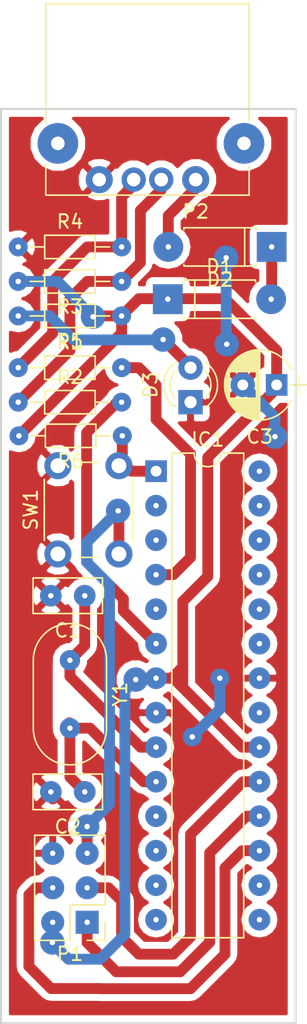
<source format=kicad_pcb>
(kicad_pcb (version 4) (host pcbnew 4.0.4-stable)

  (general
    (links 39)
    (no_connects 3)
    (area 134.544999 85.014999 156.412001 152.475001)
    (thickness 1.6)
    (drawings 4)
    (tracks 168)
    (zones 0)
    (modules 17)
    (nets 16)
  )

  (page A4)
  (layers
    (0 F.Cu signal)
    (31 B.Cu signal)
    (32 B.Adhes user)
    (33 F.Adhes user)
    (34 B.Paste user)
    (35 F.Paste user)
    (36 B.SilkS user)
    (37 F.SilkS user)
    (38 B.Mask user)
    (39 F.Mask user)
    (40 Dwgs.User user)
    (41 Cmts.User user)
    (42 Eco1.User user)
    (43 Eco2.User user)
    (44 Edge.Cuts user)
    (45 Margin user)
    (46 B.CrtYd user)
    (47 F.CrtYd user)
    (48 B.Fab user)
    (49 F.Fab user)
  )

  (setup
    (last_trace_width 0.8)
    (user_trace_width 0.6)
    (user_trace_width 0.8)
    (user_trace_width 1)
    (trace_clearance 0.2)
    (zone_clearance 0.508)
    (zone_45_only yes)
    (trace_min 0.2)
    (segment_width 0.2)
    (edge_width 0.15)
    (via_size 0.6)
    (via_drill 0.4)
    (via_min_size 0.4)
    (via_min_drill 0.3)
    (user_via 1.4 0.4)
    (user_via 1.8 0.4)
    (uvia_size 0.3)
    (uvia_drill 0.1)
    (uvias_allowed no)
    (uvia_min_size 0.2)
    (uvia_min_drill 0.1)
    (pcb_text_width 0.3)
    (pcb_text_size 1.5 1.5)
    (mod_edge_width 0.15)
    (mod_text_size 1 1)
    (mod_text_width 0.15)
    (pad_size 3 3)
    (pad_drill 1)
    (pad_to_mask_clearance 0.2)
    (aux_axis_origin 0 0)
    (visible_elements 7FFFFFFF)
    (pcbplotparams
      (layerselection 0x00030_80000001)
      (usegerberextensions false)
      (excludeedgelayer true)
      (linewidth 0.100000)
      (plotframeref false)
      (viasonmask false)
      (mode 1)
      (useauxorigin false)
      (hpglpennumber 1)
      (hpglpenspeed 20)
      (hpglpendiameter 15)
      (hpglpenoverlay 2)
      (psnegative false)
      (psa4output false)
      (plotreference true)
      (plotvalue true)
      (plotinvisibletext false)
      (padsonsilk false)
      (subtractmaskfromsilk false)
      (outputformat 1)
      (mirror false)
      (drillshape 1)
      (scaleselection 1)
      (outputdirectory ""))
  )

  (net 0 "")
  (net 1 "Net-(C1-Pad1)")
  (net 2 GND)
  (net 3 "Net-(C2-Pad1)")
  (net 4 VCC)
  (net 5 "Net-(D1-Pad2)")
  (net 6 "Net-(P2-Pad3)")
  (net 7 "Net-(P2-Pad2)")
  (net 8 "Net-(P2-Pad5)")
  (net 9 /RESET)
  (net 10 "Net-(IC1-Pad17)")
  (net 11 "Net-(IC1-Pad4)")
  (net 12 "Net-(IC1-Pad18)")
  (net 13 "Net-(IC1-Pad19)")
  (net 14 "Net-(IC1-Pad6)")
  (net 15 "Net-(D3-Pad2)")

  (net_class Default "This is the default net class."
    (clearance 0.2)
    (trace_width 0.25)
    (via_dia 0.6)
    (via_drill 0.4)
    (uvia_dia 0.3)
    (uvia_drill 0.1)
    (add_net /RESET)
    (add_net GND)
    (add_net "Net-(C1-Pad1)")
    (add_net "Net-(C2-Pad1)")
    (add_net "Net-(D1-Pad2)")
    (add_net "Net-(D3-Pad2)")
    (add_net "Net-(IC1-Pad17)")
    (add_net "Net-(IC1-Pad18)")
    (add_net "Net-(IC1-Pad19)")
    (add_net "Net-(IC1-Pad4)")
    (add_net "Net-(IC1-Pad6)")
    (add_net "Net-(P2-Pad2)")
    (add_net "Net-(P2-Pad3)")
    (add_net "Net-(P2-Pad5)")
    (add_net VCC)
  )

  (module Connect:USB_A (layer F.Cu) (tedit 5A5EB73A) (tstamp 5A583462)
    (at 148.971 90.297 180)
    (descr "USB A connector")
    (tags "USB USB_A")
    (path /5A5828F4)
    (fp_text reference P2 (at 0 -2.35 180) (layer F.SilkS)
      (effects (font (size 1 1) (thickness 0.15)))
    )
    (fp_text value USB_A (at 3.84 7.44 180) (layer F.Fab)
      (effects (font (size 1 1) (thickness 0.15)))
    )
    (fp_line (start -5.3 13.2) (end -5.3 -1.4) (layer F.CrtYd) (width 0.05))
    (fp_line (start 11.95 -1.4) (end 11.95 13.2) (layer F.CrtYd) (width 0.05))
    (fp_line (start -5.3 13.2) (end 11.95 13.2) (layer F.CrtYd) (width 0.05))
    (fp_line (start -5.3 -1.4) (end 11.95 -1.4) (layer F.CrtYd) (width 0.05))
    (fp_line (start 11.05 -1.14) (end 11.05 1.19) (layer F.SilkS) (width 0.12))
    (fp_line (start -3.94 -1.14) (end -3.94 0.98) (layer F.SilkS) (width 0.12))
    (fp_line (start 11.05 -1.14) (end -3.94 -1.14) (layer F.SilkS) (width 0.12))
    (fp_line (start 11.05 12.95) (end -3.94 12.95) (layer F.SilkS) (width 0.12))
    (fp_line (start 11.05 4.15) (end 11.05 12.95) (layer F.SilkS) (width 0.12))
    (fp_line (start -3.94 4.35) (end -3.94 12.95) (layer F.SilkS) (width 0.12))
    (pad 4 thru_hole circle (at 7.11 0 90) (size 2 2) (drill 1) (layers *.Cu *.Mask)
      (net 2 GND))
    (pad 3 thru_hole circle (at 4.57 0 90) (size 1.8 1.8) (drill 1) (layers *.Cu *.Mask)
      (net 6 "Net-(P2-Pad3)"))
    (pad 2 thru_hole circle (at 2.54 0 90) (size 1.8 1.8) (drill 1) (layers *.Cu *.Mask)
      (net 7 "Net-(P2-Pad2)"))
    (pad 1 thru_hole circle (at 0 0 90) (size 2 2) (drill 1) (layers *.Cu *.Mask)
      (net 4 VCC))
    (pad 5 thru_hole circle (at 10.16 2.67 90) (size 3 3) (drill oval 1) (layers *.Cu *.Mask)
      (net 8 "Net-(P2-Pad5)"))
    (pad 5 thru_hole circle (at -3.56 2.67 90) (size 3 3) (drill oval 1) (layers *.Cu *.Mask)
      (net 8 "Net-(P2-Pad5)"))
    (model ${KISYS3DMOD}/Connectors.3dshapes/USB_A.wrl
      (at (xyz 0.14 0 0))
      (scale (xyz 1 1 1))
      (rotate (xyz 0 0 90))
    )
  )

  (module Crystals:Resonator-2pin_w10.0mm_h5.0mm (layer F.Cu) (tedit 5A5D56FE) (tstamp 5A5834BB)
    (at 139.7 125.6792 270)
    (descr "Ceramic Resomator/Filter 10.0x5.0 RedFrequency MG/MT/MX series, http://www.red-frequency.com/download/datenblatt/redfrequency-datenblatt-ir-zta.pdf, length*width=10.0x5.0mm^2 package, package length=10.0mm, package width=5.0mm, 2 pins")
    (tags "THT ceramic resonator filter")
    (path /5A583122)
    (fp_text reference Y1 (at 2.5 -3.7 270) (layer F.SilkS)
      (effects (font (size 1 1) (thickness 0.15)))
    )
    (fp_text value Crystal_Small (at 2.5 3.7 270) (layer F.Fab)
      (effects (font (size 1 1) (thickness 0.15)))
    )
    (fp_text user %R (at 2.54 0 270) (layer F.Fab)
      (effects (font (size 1 1) (thickness 0.15)))
    )
    (fp_line (start 0 -2.5) (end 5 -2.5) (layer F.Fab) (width 0.1))
    (fp_line (start 0 2.5) (end 5 2.5) (layer F.Fab) (width 0.1))
    (fp_line (start 0 -2.5) (end 5 -2.5) (layer F.Fab) (width 0.1))
    (fp_line (start 0 2.5) (end 5 2.5) (layer F.Fab) (width 0.1))
    (fp_line (start 0 -2.7) (end 5 -2.7) (layer F.SilkS) (width 0.12))
    (fp_line (start 0 2.7) (end 5 2.7) (layer F.SilkS) (width 0.12))
    (fp_line (start -3 -3) (end -3 3) (layer F.CrtYd) (width 0.05))
    (fp_line (start -3 3) (end 8 3) (layer F.CrtYd) (width 0.05))
    (fp_line (start 8 3) (end 8 -3) (layer F.CrtYd) (width 0.05))
    (fp_line (start 8 -3) (end -3 -3) (layer F.CrtYd) (width 0.05))
    (fp_arc (start 0 0) (end 0 -2.5) (angle -180) (layer F.Fab) (width 0.1))
    (fp_arc (start 5 0) (end 5 -2.5) (angle 180) (layer F.Fab) (width 0.1))
    (fp_arc (start 0 0) (end 0 -2.5) (angle -180) (layer F.Fab) (width 0.1))
    (fp_arc (start 5 0) (end 5 -2.5) (angle 180) (layer F.Fab) (width 0.1))
    (fp_arc (start 0 0) (end 0 -2.7) (angle -180) (layer F.SilkS) (width 0.12))
    (fp_arc (start 5 0) (end 5 -2.7) (angle 180) (layer F.SilkS) (width 0.12))
    (pad 1 thru_hole circle (at 0 0 270) (size 1.5 1.5) (drill 0.4) (layers *.Cu *.Mask)
      (net 1 "Net-(C1-Pad1)"))
    (pad 2 thru_hole circle (at 5 0 270) (size 1.5 1.5) (drill 0.4) (layers *.Cu *.Mask)
      (net 3 "Net-(C2-Pad1)"))
    (model ${KISYS3DMOD}/Crystals.3dshapes/Resonator-2pin_w10.0mm_h5.0mm.wrl
      (at (xyz 0 0 0))
      (scale (xyz 0.393701 0.393701 0.393701))
      (rotate (xyz 0 0 0))
    )
  )

  (module LEDs:LED_D3.0mm (layer F.Cu) (tedit 587A3A7B) (tstamp 5A59F52E)
    (at 148.59 106.68 90)
    (descr "LED, diameter 3.0mm, 2 pins")
    (tags "LED diameter 3.0mm 2 pins")
    (path /5A5A0E73)
    (fp_text reference D3 (at 1.27 -2.96 90) (layer F.SilkS)
      (effects (font (size 1 1) (thickness 0.15)))
    )
    (fp_text value LED (at 1.27 2.96 90) (layer F.Fab)
      (effects (font (size 1 1) (thickness 0.15)))
    )
    (fp_arc (start 1.27 0) (end -0.23 -1.16619) (angle 284.3) (layer F.Fab) (width 0.1))
    (fp_arc (start 1.27 0) (end -0.29 -1.235516) (angle 108.8) (layer F.SilkS) (width 0.12))
    (fp_arc (start 1.27 0) (end -0.29 1.235516) (angle -108.8) (layer F.SilkS) (width 0.12))
    (fp_arc (start 1.27 0) (end 0.229039 -1.08) (angle 87.9) (layer F.SilkS) (width 0.12))
    (fp_arc (start 1.27 0) (end 0.229039 1.08) (angle -87.9) (layer F.SilkS) (width 0.12))
    (fp_circle (center 1.27 0) (end 2.77 0) (layer F.Fab) (width 0.1))
    (fp_line (start -0.23 -1.16619) (end -0.23 1.16619) (layer F.Fab) (width 0.1))
    (fp_line (start -0.29 -1.236) (end -0.29 -1.08) (layer F.SilkS) (width 0.12))
    (fp_line (start -0.29 1.08) (end -0.29 1.236) (layer F.SilkS) (width 0.12))
    (fp_line (start -1.15 -2.25) (end -1.15 2.25) (layer F.CrtYd) (width 0.05))
    (fp_line (start -1.15 2.25) (end 3.7 2.25) (layer F.CrtYd) (width 0.05))
    (fp_line (start 3.7 2.25) (end 3.7 -2.25) (layer F.CrtYd) (width 0.05))
    (fp_line (start 3.7 -2.25) (end -1.15 -2.25) (layer F.CrtYd) (width 0.05))
    (pad 1 thru_hole rect (at 0 0 90) (size 1.8 1.8) (drill 0.9) (layers *.Cu *.Mask)
      (net 2 GND))
    (pad 2 thru_hole circle (at 2.54 0 90) (size 1.8 1.8) (drill 0.9) (layers *.Cu *.Mask)
      (net 15 "Net-(D3-Pad2)"))
    (model ${KISYS3DMOD}/LEDs.3dshapes/LED_D3.0mm.wrl
      (at (xyz 0 0 0))
      (scale (xyz 0.393701 0.393701 0.393701))
      (rotate (xyz 0 0 0))
    )
  )

  (module Capacitors_ThroughHole:C_Disc_D5.0mm_W2.5mm_P2.50mm (layer F.Cu) (tedit 5A5D570E) (tstamp 5A583302)
    (at 140.7922 135.3693 180)
    (descr "C, Disc series, Radial, pin pitch=2.50mm, , diameter*width=5*2.5mm^2, Capacitor, http://cdn-reichelt.de/documents/datenblatt/B300/DS_KERKO_TC.pdf")
    (tags "C Disc series Radial pin pitch 2.50mm  diameter 5mm width 2.5mm Capacitor")
    (path /5A583291)
    (fp_text reference C2 (at 1.25 -2.56 180) (layer F.SilkS)
      (effects (font (size 1 1) (thickness 0.15)))
    )
    (fp_text value 22pF (at 1.25 2.56 180) (layer F.Fab)
      (effects (font (size 1 1) (thickness 0.15)))
    )
    (fp_line (start -1.25 -1.25) (end -1.25 1.25) (layer F.Fab) (width 0.1))
    (fp_line (start -1.25 1.25) (end 3.75 1.25) (layer F.Fab) (width 0.1))
    (fp_line (start 3.75 1.25) (end 3.75 -1.25) (layer F.Fab) (width 0.1))
    (fp_line (start 3.75 -1.25) (end -1.25 -1.25) (layer F.Fab) (width 0.1))
    (fp_line (start -1.31 -1.31) (end 3.81 -1.31) (layer F.SilkS) (width 0.12))
    (fp_line (start -1.31 1.31) (end 3.81 1.31) (layer F.SilkS) (width 0.12))
    (fp_line (start -1.31 -1.31) (end -1.31 1.31) (layer F.SilkS) (width 0.12))
    (fp_line (start 3.81 -1.31) (end 3.81 1.31) (layer F.SilkS) (width 0.12))
    (fp_line (start -1.6 -1.6) (end -1.6 1.6) (layer F.CrtYd) (width 0.05))
    (fp_line (start -1.6 1.6) (end 4.1 1.6) (layer F.CrtYd) (width 0.05))
    (fp_line (start 4.1 1.6) (end 4.1 -1.6) (layer F.CrtYd) (width 0.05))
    (fp_line (start 4.1 -1.6) (end -1.6 -1.6) (layer F.CrtYd) (width 0.05))
    (fp_text user %R (at 1.27 0 180) (layer F.Fab)
      (effects (font (size 1 1) (thickness 0.15)))
    )
    (pad 1 thru_hole circle (at 0 0 180) (size 1.6 1.6) (drill 0.4) (layers *.Cu *.Mask)
      (net 3 "Net-(C2-Pad1)"))
    (pad 2 thru_hole circle (at 2.5 0 180) (size 1.6 1.6) (drill 0.4) (layers *.Cu *.Mask)
      (net 2 GND))
    (model ${KISYS3DMOD}/Capacitors_THT.3dshapes/C_Disc_D5.0mm_W2.5mm_P2.50mm.wrl
      (at (xyz 0 0 0))
      (scale (xyz 1 1 1))
      (rotate (xyz 0 0 0))
    )
  )

  (module Capacitors_ThroughHole:C_Disc_D5.0mm_W2.5mm_P2.50mm (layer F.Cu) (tedit 5A5D56E5) (tstamp 5A5832EF)
    (at 140.7922 120.9294 180)
    (descr "C, Disc series, Radial, pin pitch=2.50mm, , diameter*width=5*2.5mm^2, Capacitor, http://cdn-reichelt.de/documents/datenblatt/B300/DS_KERKO_TC.pdf")
    (tags "C Disc series Radial pin pitch 2.50mm  diameter 5mm width 2.5mm Capacitor")
    (path /5A583254)
    (fp_text reference C1 (at 1.25 -2.56 180) (layer F.SilkS)
      (effects (font (size 1 1) (thickness 0.15)))
    )
    (fp_text value 22pF (at 1.25 2.56 180) (layer F.Fab)
      (effects (font (size 1 1) (thickness 0.15)))
    )
    (fp_line (start -1.25 -1.25) (end -1.25 1.25) (layer F.Fab) (width 0.1))
    (fp_line (start -1.25 1.25) (end 3.75 1.25) (layer F.Fab) (width 0.1))
    (fp_line (start 3.75 1.25) (end 3.75 -1.25) (layer F.Fab) (width 0.1))
    (fp_line (start 3.75 -1.25) (end -1.25 -1.25) (layer F.Fab) (width 0.1))
    (fp_line (start -1.31 -1.31) (end 3.81 -1.31) (layer F.SilkS) (width 0.12))
    (fp_line (start -1.31 1.31) (end 3.81 1.31) (layer F.SilkS) (width 0.12))
    (fp_line (start -1.31 -1.31) (end -1.31 1.31) (layer F.SilkS) (width 0.12))
    (fp_line (start 3.81 -1.31) (end 3.81 1.31) (layer F.SilkS) (width 0.12))
    (fp_line (start -1.6 -1.6) (end -1.6 1.6) (layer F.CrtYd) (width 0.05))
    (fp_line (start -1.6 1.6) (end 4.1 1.6) (layer F.CrtYd) (width 0.05))
    (fp_line (start 4.1 1.6) (end 4.1 -1.6) (layer F.CrtYd) (width 0.05))
    (fp_line (start 4.1 -1.6) (end -1.6 -1.6) (layer F.CrtYd) (width 0.05))
    (fp_text user %R (at 1.25 0 180) (layer F.Fab)
      (effects (font (size 1 1) (thickness 0.15)))
    )
    (pad 1 thru_hole circle (at 0 0 180) (size 1.6 1.6) (drill 0.4) (layers *.Cu *.Mask)
      (net 1 "Net-(C1-Pad1)"))
    (pad 2 thru_hole circle (at 2.5 0 180) (size 1.6 1.6) (drill 0.4) (layers *.Cu *.Mask)
      (net 2 GND))
    (model ${KISYS3DMOD}/Capacitors_THT.3dshapes/C_Disc_D5.0mm_W2.5mm_P2.50mm.wrl
      (at (xyz 0 0 0))
      (scale (xyz 1 1 1))
      (rotate (xyz 0 0 0))
    )
  )

  (module Pin_Headers:Pin_Header_Straight_2x03_Pitch2.54mm (layer F.Cu) (tedit 5A5D577E) (tstamp 5A58344E)
    (at 140.97 144.9705 180)
    (descr "Through hole straight pin header, 2x03, 2.54mm pitch, double rows")
    (tags "Through hole pin header THT 2x03 2.54mm double row")
    (path /5A58463F)
    (fp_text reference P1 (at 1.27 -2.33 180) (layer F.SilkS)
      (effects (font (size 1 1) (thickness 0.15)))
    )
    (fp_text value CONN_02X03 (at 1.27 7.41 180) (layer F.Fab)
      (effects (font (size 1 1) (thickness 0.15)))
    )
    (fp_line (start 0 -1.27) (end 3.81 -1.27) (layer F.Fab) (width 0.1))
    (fp_line (start 3.81 -1.27) (end 3.81 6.35) (layer F.Fab) (width 0.1))
    (fp_line (start 3.81 6.35) (end -1.27 6.35) (layer F.Fab) (width 0.1))
    (fp_line (start -1.27 6.35) (end -1.27 0) (layer F.Fab) (width 0.1))
    (fp_line (start -1.27 0) (end 0 -1.27) (layer F.Fab) (width 0.1))
    (fp_line (start -1.33 6.41) (end 3.87 6.41) (layer F.SilkS) (width 0.12))
    (fp_line (start -1.33 1.27) (end -1.33 6.41) (layer F.SilkS) (width 0.12))
    (fp_line (start 3.87 -1.33) (end 3.87 6.41) (layer F.SilkS) (width 0.12))
    (fp_line (start -1.33 1.27) (end 1.27 1.27) (layer F.SilkS) (width 0.12))
    (fp_line (start 1.27 1.27) (end 1.27 -1.33) (layer F.SilkS) (width 0.12))
    (fp_line (start 1.27 -1.33) (end 3.87 -1.33) (layer F.SilkS) (width 0.12))
    (fp_line (start -1.33 0) (end -1.33 -1.33) (layer F.SilkS) (width 0.12))
    (fp_line (start -1.33 -1.33) (end 0 -1.33) (layer F.SilkS) (width 0.12))
    (fp_line (start -1.8 -1.8) (end -1.8 6.85) (layer F.CrtYd) (width 0.05))
    (fp_line (start -1.8 6.85) (end 4.35 6.85) (layer F.CrtYd) (width 0.05))
    (fp_line (start 4.35 6.85) (end 4.35 -1.8) (layer F.CrtYd) (width 0.05))
    (fp_line (start 4.35 -1.8) (end -1.8 -1.8) (layer F.CrtYd) (width 0.05))
    (fp_text user %R (at 1.27 2.54 270) (layer F.Fab)
      (effects (font (size 1 1) (thickness 0.15)))
    )
    (pad 1 thru_hole rect (at 0 0 180) (size 1.7 1.7) (drill 0.4) (layers *.Cu *.Mask)
      (net 12 "Net-(IC1-Pad18)"))
    (pad 2 thru_hole oval (at 2.54 0 180) (size 1.7 1.7) (drill 0.4) (layers *.Cu *.Mask)
      (net 4 VCC))
    (pad 3 thru_hole oval (at 0 2.54 180) (size 1.7 1.7) (drill 0.4) (layers *.Cu *.Mask)
      (net 13 "Net-(IC1-Pad19)"))
    (pad 4 thru_hole oval (at 2.54 2.54 180) (size 1.7 1.7) (drill 0.4) (layers *.Cu *.Mask)
      (net 10 "Net-(IC1-Pad17)"))
    (pad 5 thru_hole oval (at 0 5.08 180) (size 1.7 1.7) (drill 0.4) (layers *.Cu *.Mask)
      (net 9 /RESET))
    (pad 6 thru_hole oval (at 2.54 5.08 180) (size 1.7 1.7) (drill 0.4) (layers *.Cu *.Mask)
      (net 2 GND))
    (model ${KISYS3DMOD}/Pin_Headers.3dshapes/Pin_Header_Straight_2x03_Pitch2.54mm.wrl
      (at (xyz 0 0 0))
      (scale (xyz 1 1 1))
      (rotate (xyz 0 0 0))
    )
  )

  (module Resistors_ThroughHole:R_Axial_DIN0204_L3.6mm_D1.6mm_P7.62mm_Horizontal (layer F.Cu) (tedit 5A5D556C) (tstamp 5A59E14B)
    (at 135.89 95.25)
    (descr "Resistor, Axial_DIN0204 series, Axial, Horizontal, pin pitch=7.62mm, 0.16666666666666666W = 1/6W, length*diameter=3.6*1.6mm^2, http://cdn-reichelt.de/documents/datenblatt/B400/1_4W%23YAG.pdf")
    (tags "Resistor Axial_DIN0204 series Axial Horizontal pin pitch 7.62mm 0.16666666666666666W = 1/6W length 3.6mm diameter 1.6mm")
    (path /5A5A3C13)
    (fp_text reference R4 (at 3.81 -1.86) (layer F.SilkS)
      (effects (font (size 1 1) (thickness 0.15)))
    )
    (fp_text value 1M (at 3.81 1.86) (layer F.Fab)
      (effects (font (size 1 1) (thickness 0.15)))
    )
    (fp_line (start 2.01 -0.8) (end 2.01 0.8) (layer F.Fab) (width 0.1))
    (fp_line (start 2.01 0.8) (end 5.61 0.8) (layer F.Fab) (width 0.1))
    (fp_line (start 5.61 0.8) (end 5.61 -0.8) (layer F.Fab) (width 0.1))
    (fp_line (start 5.61 -0.8) (end 2.01 -0.8) (layer F.Fab) (width 0.1))
    (fp_line (start 0 0) (end 2.01 0) (layer F.Fab) (width 0.1))
    (fp_line (start 7.62 0) (end 5.61 0) (layer F.Fab) (width 0.1))
    (fp_line (start 1.95 -0.86) (end 1.95 0.86) (layer F.SilkS) (width 0.12))
    (fp_line (start 1.95 0.86) (end 5.67 0.86) (layer F.SilkS) (width 0.12))
    (fp_line (start 5.67 0.86) (end 5.67 -0.86) (layer F.SilkS) (width 0.12))
    (fp_line (start 5.67 -0.86) (end 1.95 -0.86) (layer F.SilkS) (width 0.12))
    (fp_line (start 0.88 0) (end 1.95 0) (layer F.SilkS) (width 0.12))
    (fp_line (start 6.74 0) (end 5.67 0) (layer F.SilkS) (width 0.12))
    (fp_line (start -0.95 -1.15) (end -0.95 1.15) (layer F.CrtYd) (width 0.05))
    (fp_line (start -0.95 1.15) (end 8.6 1.15) (layer F.CrtYd) (width 0.05))
    (fp_line (start 8.6 1.15) (end 8.6 -1.15) (layer F.CrtYd) (width 0.05))
    (fp_line (start 8.6 -1.15) (end -0.95 -1.15) (layer F.CrtYd) (width 0.05))
    (pad 1 thru_hole circle (at 0 0) (size 1.4 1.4) (drill 0.4) (layers *.Cu *.Mask)
      (net 2 GND))
    (pad 2 thru_hole oval (at 7.62 0) (size 1.4 1.4) (drill 0.4) (layers *.Cu *.Mask)
      (net 6 "Net-(P2-Pad3)"))
    (model ${KISYS3DMOD}/Resistors_THT.3dshapes/R_Axial_DIN0204_L3.6mm_D1.6mm_P7.62mm_Horizontal.wrl
      (at (xyz 0 0 0))
      (scale (xyz 0.393701 0.393701 0.393701))
      (rotate (xyz 0 0 0))
    )
  )

  (module Resistors_ThroughHole:R_Axial_DIN0204_L3.6mm_D1.6mm_P7.62mm_Horizontal (layer F.Cu) (tedit 5A5D5572) (tstamp 5A5834A4)
    (at 143.51 97.79 180)
    (descr "Resistor, Axial_DIN0204 series, Axial, Horizontal, pin pitch=7.62mm, 0.16666666666666666W = 1/6W, length*diameter=3.6*1.6mm^2, http://cdn-reichelt.de/documents/datenblatt/B400/1_4W%23YAG.pdf")
    (tags "Resistor Axial_DIN0204 series Axial Horizontal pin pitch 7.62mm 0.16666666666666666W = 1/6W length 3.6mm diameter 1.6mm")
    (path /5A5842B0)
    (fp_text reference R3 (at 3.81 -1.86 180) (layer F.SilkS)
      (effects (font (size 1 1) (thickness 0.15)))
    )
    (fp_text value 1.5K (at 3.81 1.86 180) (layer F.Fab)
      (effects (font (size 1 1) (thickness 0.15)))
    )
    (fp_line (start 2.01 -0.8) (end 2.01 0.8) (layer F.Fab) (width 0.1))
    (fp_line (start 2.01 0.8) (end 5.61 0.8) (layer F.Fab) (width 0.1))
    (fp_line (start 5.61 0.8) (end 5.61 -0.8) (layer F.Fab) (width 0.1))
    (fp_line (start 5.61 -0.8) (end 2.01 -0.8) (layer F.Fab) (width 0.1))
    (fp_line (start 0 0) (end 2.01 0) (layer F.Fab) (width 0.1))
    (fp_line (start 7.62 0) (end 5.61 0) (layer F.Fab) (width 0.1))
    (fp_line (start 1.95 -0.86) (end 1.95 0.86) (layer F.SilkS) (width 0.12))
    (fp_line (start 1.95 0.86) (end 5.67 0.86) (layer F.SilkS) (width 0.12))
    (fp_line (start 5.67 0.86) (end 5.67 -0.86) (layer F.SilkS) (width 0.12))
    (fp_line (start 5.67 -0.86) (end 1.95 -0.86) (layer F.SilkS) (width 0.12))
    (fp_line (start 0.88 0) (end 1.95 0) (layer F.SilkS) (width 0.12))
    (fp_line (start 6.74 0) (end 5.67 0) (layer F.SilkS) (width 0.12))
    (fp_line (start -0.95 -1.15) (end -0.95 1.15) (layer F.CrtYd) (width 0.05))
    (fp_line (start -0.95 1.15) (end 8.6 1.15) (layer F.CrtYd) (width 0.05))
    (fp_line (start 8.6 1.15) (end 8.6 -1.15) (layer F.CrtYd) (width 0.05))
    (fp_line (start 8.6 -1.15) (end -0.95 -1.15) (layer F.CrtYd) (width 0.05))
    (pad 1 thru_hole circle (at 0 0 180) (size 1.4 1.4) (drill 0.4) (layers *.Cu *.Mask)
      (net 7 "Net-(P2-Pad2)"))
    (pad 2 thru_hole oval (at 7.62 0 180) (size 1.4 1.4) (drill 0.4) (layers *.Cu *.Mask)
      (net 4 VCC))
    (model ${KISYS3DMOD}/Resistors_THT.3dshapes/R_Axial_DIN0204_L3.6mm_D1.6mm_P7.62mm_Horizontal.wrl
      (at (xyz 0 0 0))
      (scale (xyz 0.393701 0.393701 0.393701))
      (rotate (xyz 0 0 0))
    )
  )

  (module Resistors_ThroughHole:R_Axial_DIN0204_L3.6mm_D1.6mm_P7.62mm_Horizontal (layer F.Cu) (tedit 5A5D5585) (tstamp 5A58348E)
    (at 135.89 106.68)
    (descr "Resistor, Axial_DIN0204 series, Axial, Horizontal, pin pitch=7.62mm, 0.16666666666666666W = 1/6W, length*diameter=3.6*1.6mm^2, http://cdn-reichelt.de/documents/datenblatt/B400/1_4W%23YAG.pdf")
    (tags "Resistor Axial_DIN0204 series Axial Horizontal pin pitch 7.62mm 0.16666666666666666W = 1/6W length 3.6mm diameter 1.6mm")
    (path /5A582B7F)
    (fp_text reference R2 (at 3.81 -1.86) (layer F.SilkS)
      (effects (font (size 1 1) (thickness 0.15)))
    )
    (fp_text value 68K (at 3.81 1.86) (layer F.Fab)
      (effects (font (size 1 1) (thickness 0.15)))
    )
    (fp_line (start 2.01 -0.8) (end 2.01 0.8) (layer F.Fab) (width 0.1))
    (fp_line (start 2.01 0.8) (end 5.61 0.8) (layer F.Fab) (width 0.1))
    (fp_line (start 5.61 0.8) (end 5.61 -0.8) (layer F.Fab) (width 0.1))
    (fp_line (start 5.61 -0.8) (end 2.01 -0.8) (layer F.Fab) (width 0.1))
    (fp_line (start 0 0) (end 2.01 0) (layer F.Fab) (width 0.1))
    (fp_line (start 7.62 0) (end 5.61 0) (layer F.Fab) (width 0.1))
    (fp_line (start 1.95 -0.86) (end 1.95 0.86) (layer F.SilkS) (width 0.12))
    (fp_line (start 1.95 0.86) (end 5.67 0.86) (layer F.SilkS) (width 0.12))
    (fp_line (start 5.67 0.86) (end 5.67 -0.86) (layer F.SilkS) (width 0.12))
    (fp_line (start 5.67 -0.86) (end 1.95 -0.86) (layer F.SilkS) (width 0.12))
    (fp_line (start 0.88 0) (end 1.95 0) (layer F.SilkS) (width 0.12))
    (fp_line (start 6.74 0) (end 5.67 0) (layer F.SilkS) (width 0.12))
    (fp_line (start -0.95 -1.15) (end -0.95 1.15) (layer F.CrtYd) (width 0.05))
    (fp_line (start -0.95 1.15) (end 8.6 1.15) (layer F.CrtYd) (width 0.05))
    (fp_line (start 8.6 1.15) (end 8.6 -1.15) (layer F.CrtYd) (width 0.05))
    (fp_line (start 8.6 -1.15) (end -0.95 -1.15) (layer F.CrtYd) (width 0.05))
    (pad 1 thru_hole circle (at 0 0) (size 1.4 1.4) (drill 0.4) (layers *.Cu *.Mask)
      (net 7 "Net-(P2-Pad2)"))
    (pad 2 thru_hole oval (at 7.62 0) (size 1.4 1.4) (drill 0.4) (layers *.Cu *.Mask)
      (net 14 "Net-(IC1-Pad6)"))
    (model ${KISYS3DMOD}/Resistors_THT.3dshapes/R_Axial_DIN0204_L3.6mm_D1.6mm_P7.62mm_Horizontal.wrl
      (at (xyz 0 0 0))
      (scale (xyz 0.393701 0.393701 0.393701))
      (rotate (xyz 0 0 0))
    )
  )

  (module Resistors_ThroughHole:R_Axial_DIN0204_L3.6mm_D1.6mm_P7.62mm_Horizontal (layer F.Cu) (tedit 5A5D56AC) (tstamp 5A583478)
    (at 135.89 104.14)
    (descr "Resistor, Axial_DIN0204 series, Axial, Horizontal, pin pitch=7.62mm, 0.16666666666666666W = 1/6W, length*diameter=3.6*1.6mm^2, http://cdn-reichelt.de/documents/datenblatt/B400/1_4W%23YAG.pdf")
    (tags "Resistor Axial_DIN0204 series Axial Horizontal pin pitch 7.62mm 0.16666666666666666W = 1/6W length 3.6mm diameter 1.6mm")
    (path /5A582B55)
    (fp_text reference R1 (at 3.81 -1.86) (layer F.SilkS)
      (effects (font (size 1 1) (thickness 0.15)))
    )
    (fp_text value 68K (at 3.81 1.86) (layer F.Fab)
      (effects (font (size 1 1) (thickness 0.15)))
    )
    (fp_line (start 2.01 -0.8) (end 2.01 0.8) (layer F.Fab) (width 0.1))
    (fp_line (start 2.01 0.8) (end 5.61 0.8) (layer F.Fab) (width 0.1))
    (fp_line (start 5.61 0.8) (end 5.61 -0.8) (layer F.Fab) (width 0.1))
    (fp_line (start 5.61 -0.8) (end 2.01 -0.8) (layer F.Fab) (width 0.1))
    (fp_line (start 0 0) (end 2.01 0) (layer F.Fab) (width 0.1))
    (fp_line (start 7.62 0) (end 5.61 0) (layer F.Fab) (width 0.1))
    (fp_line (start 1.95 -0.86) (end 1.95 0.86) (layer F.SilkS) (width 0.12))
    (fp_line (start 1.95 0.86) (end 5.67 0.86) (layer F.SilkS) (width 0.12))
    (fp_line (start 5.67 0.86) (end 5.67 -0.86) (layer F.SilkS) (width 0.12))
    (fp_line (start 5.67 -0.86) (end 1.95 -0.86) (layer F.SilkS) (width 0.12))
    (fp_line (start 0.88 0) (end 1.95 0) (layer F.SilkS) (width 0.12))
    (fp_line (start 6.74 0) (end 5.67 0) (layer F.SilkS) (width 0.12))
    (fp_line (start -0.95 -1.15) (end -0.95 1.15) (layer F.CrtYd) (width 0.05))
    (fp_line (start -0.95 1.15) (end 8.6 1.15) (layer F.CrtYd) (width 0.05))
    (fp_line (start 8.6 1.15) (end 8.6 -1.15) (layer F.CrtYd) (width 0.05))
    (fp_line (start 8.6 -1.15) (end -0.95 -1.15) (layer F.CrtYd) (width 0.05))
    (pad 1 thru_hole circle (at 0 0) (size 1.4 1.4) (drill 0.4) (layers *.Cu *.Mask)
      (net 6 "Net-(P2-Pad3)"))
    (pad 2 thru_hole oval (at 7.62 0) (size 1.4 1.4) (drill 0.4) (layers *.Cu *.Mask)
      (net 11 "Net-(IC1-Pad4)"))
    (model ${KISYS3DMOD}/Resistors_THT.3dshapes/R_Axial_DIN0204_L3.6mm_D1.6mm_P7.62mm_Horizontal.wrl
      (at (xyz 0 0 0))
      (scale (xyz 0.393701 0.393701 0.393701))
      (rotate (xyz 0 0 0))
    )
  )

  (module Capacitors_ThroughHole:CP_Radial_D5.0mm_P2.50mm (layer F.Cu) (tedit 597BC7C2) (tstamp 5A5833D0)
    (at 154.94 105.41 180)
    (descr "CP, Radial series, Radial, pin pitch=2.50mm, , diameter=5mm, Electrolytic Capacitor")
    (tags "CP Radial series Radial pin pitch 2.50mm  diameter 5mm Electrolytic Capacitor")
    (path /5A583BD3)
    (fp_text reference C3 (at 1.25 -3.81 180) (layer F.SilkS)
      (effects (font (size 1 1) (thickness 0.15)))
    )
    (fp_text value 4.7uF (at 1.25 3.81 180) (layer F.Fab)
      (effects (font (size 1 1) (thickness 0.15)))
    )
    (fp_arc (start 1.25 0) (end -1.05558 -1.18) (angle 125.8) (layer F.SilkS) (width 0.12))
    (fp_arc (start 1.25 0) (end -1.05558 1.18) (angle -125.8) (layer F.SilkS) (width 0.12))
    (fp_arc (start 1.25 0) (end 3.55558 -1.18) (angle 54.2) (layer F.SilkS) (width 0.12))
    (fp_circle (center 1.25 0) (end 3.75 0) (layer F.Fab) (width 0.1))
    (fp_line (start -2.2 0) (end -1 0) (layer F.Fab) (width 0.1))
    (fp_line (start -1.6 -0.65) (end -1.6 0.65) (layer F.Fab) (width 0.1))
    (fp_line (start 1.25 -2.55) (end 1.25 2.55) (layer F.SilkS) (width 0.12))
    (fp_line (start 1.29 -2.55) (end 1.29 2.55) (layer F.SilkS) (width 0.12))
    (fp_line (start 1.33 -2.549) (end 1.33 2.549) (layer F.SilkS) (width 0.12))
    (fp_line (start 1.37 -2.548) (end 1.37 2.548) (layer F.SilkS) (width 0.12))
    (fp_line (start 1.41 -2.546) (end 1.41 2.546) (layer F.SilkS) (width 0.12))
    (fp_line (start 1.45 -2.543) (end 1.45 2.543) (layer F.SilkS) (width 0.12))
    (fp_line (start 1.49 -2.539) (end 1.49 2.539) (layer F.SilkS) (width 0.12))
    (fp_line (start 1.53 -2.535) (end 1.53 -0.98) (layer F.SilkS) (width 0.12))
    (fp_line (start 1.53 0.98) (end 1.53 2.535) (layer F.SilkS) (width 0.12))
    (fp_line (start 1.57 -2.531) (end 1.57 -0.98) (layer F.SilkS) (width 0.12))
    (fp_line (start 1.57 0.98) (end 1.57 2.531) (layer F.SilkS) (width 0.12))
    (fp_line (start 1.61 -2.525) (end 1.61 -0.98) (layer F.SilkS) (width 0.12))
    (fp_line (start 1.61 0.98) (end 1.61 2.525) (layer F.SilkS) (width 0.12))
    (fp_line (start 1.65 -2.519) (end 1.65 -0.98) (layer F.SilkS) (width 0.12))
    (fp_line (start 1.65 0.98) (end 1.65 2.519) (layer F.SilkS) (width 0.12))
    (fp_line (start 1.69 -2.513) (end 1.69 -0.98) (layer F.SilkS) (width 0.12))
    (fp_line (start 1.69 0.98) (end 1.69 2.513) (layer F.SilkS) (width 0.12))
    (fp_line (start 1.73 -2.506) (end 1.73 -0.98) (layer F.SilkS) (width 0.12))
    (fp_line (start 1.73 0.98) (end 1.73 2.506) (layer F.SilkS) (width 0.12))
    (fp_line (start 1.77 -2.498) (end 1.77 -0.98) (layer F.SilkS) (width 0.12))
    (fp_line (start 1.77 0.98) (end 1.77 2.498) (layer F.SilkS) (width 0.12))
    (fp_line (start 1.81 -2.489) (end 1.81 -0.98) (layer F.SilkS) (width 0.12))
    (fp_line (start 1.81 0.98) (end 1.81 2.489) (layer F.SilkS) (width 0.12))
    (fp_line (start 1.85 -2.48) (end 1.85 -0.98) (layer F.SilkS) (width 0.12))
    (fp_line (start 1.85 0.98) (end 1.85 2.48) (layer F.SilkS) (width 0.12))
    (fp_line (start 1.89 -2.47) (end 1.89 -0.98) (layer F.SilkS) (width 0.12))
    (fp_line (start 1.89 0.98) (end 1.89 2.47) (layer F.SilkS) (width 0.12))
    (fp_line (start 1.93 -2.46) (end 1.93 -0.98) (layer F.SilkS) (width 0.12))
    (fp_line (start 1.93 0.98) (end 1.93 2.46) (layer F.SilkS) (width 0.12))
    (fp_line (start 1.971 -2.448) (end 1.971 -0.98) (layer F.SilkS) (width 0.12))
    (fp_line (start 1.971 0.98) (end 1.971 2.448) (layer F.SilkS) (width 0.12))
    (fp_line (start 2.011 -2.436) (end 2.011 -0.98) (layer F.SilkS) (width 0.12))
    (fp_line (start 2.011 0.98) (end 2.011 2.436) (layer F.SilkS) (width 0.12))
    (fp_line (start 2.051 -2.424) (end 2.051 -0.98) (layer F.SilkS) (width 0.12))
    (fp_line (start 2.051 0.98) (end 2.051 2.424) (layer F.SilkS) (width 0.12))
    (fp_line (start 2.091 -2.41) (end 2.091 -0.98) (layer F.SilkS) (width 0.12))
    (fp_line (start 2.091 0.98) (end 2.091 2.41) (layer F.SilkS) (width 0.12))
    (fp_line (start 2.131 -2.396) (end 2.131 -0.98) (layer F.SilkS) (width 0.12))
    (fp_line (start 2.131 0.98) (end 2.131 2.396) (layer F.SilkS) (width 0.12))
    (fp_line (start 2.171 -2.382) (end 2.171 -0.98) (layer F.SilkS) (width 0.12))
    (fp_line (start 2.171 0.98) (end 2.171 2.382) (layer F.SilkS) (width 0.12))
    (fp_line (start 2.211 -2.366) (end 2.211 -0.98) (layer F.SilkS) (width 0.12))
    (fp_line (start 2.211 0.98) (end 2.211 2.366) (layer F.SilkS) (width 0.12))
    (fp_line (start 2.251 -2.35) (end 2.251 -0.98) (layer F.SilkS) (width 0.12))
    (fp_line (start 2.251 0.98) (end 2.251 2.35) (layer F.SilkS) (width 0.12))
    (fp_line (start 2.291 -2.333) (end 2.291 -0.98) (layer F.SilkS) (width 0.12))
    (fp_line (start 2.291 0.98) (end 2.291 2.333) (layer F.SilkS) (width 0.12))
    (fp_line (start 2.331 -2.315) (end 2.331 -0.98) (layer F.SilkS) (width 0.12))
    (fp_line (start 2.331 0.98) (end 2.331 2.315) (layer F.SilkS) (width 0.12))
    (fp_line (start 2.371 -2.296) (end 2.371 -0.98) (layer F.SilkS) (width 0.12))
    (fp_line (start 2.371 0.98) (end 2.371 2.296) (layer F.SilkS) (width 0.12))
    (fp_line (start 2.411 -2.276) (end 2.411 -0.98) (layer F.SilkS) (width 0.12))
    (fp_line (start 2.411 0.98) (end 2.411 2.276) (layer F.SilkS) (width 0.12))
    (fp_line (start 2.451 -2.256) (end 2.451 -0.98) (layer F.SilkS) (width 0.12))
    (fp_line (start 2.451 0.98) (end 2.451 2.256) (layer F.SilkS) (width 0.12))
    (fp_line (start 2.491 -2.234) (end 2.491 -0.98) (layer F.SilkS) (width 0.12))
    (fp_line (start 2.491 0.98) (end 2.491 2.234) (layer F.SilkS) (width 0.12))
    (fp_line (start 2.531 -2.212) (end 2.531 -0.98) (layer F.SilkS) (width 0.12))
    (fp_line (start 2.531 0.98) (end 2.531 2.212) (layer F.SilkS) (width 0.12))
    (fp_line (start 2.571 -2.189) (end 2.571 -0.98) (layer F.SilkS) (width 0.12))
    (fp_line (start 2.571 0.98) (end 2.571 2.189) (layer F.SilkS) (width 0.12))
    (fp_line (start 2.611 -2.165) (end 2.611 -0.98) (layer F.SilkS) (width 0.12))
    (fp_line (start 2.611 0.98) (end 2.611 2.165) (layer F.SilkS) (width 0.12))
    (fp_line (start 2.651 -2.14) (end 2.651 -0.98) (layer F.SilkS) (width 0.12))
    (fp_line (start 2.651 0.98) (end 2.651 2.14) (layer F.SilkS) (width 0.12))
    (fp_line (start 2.691 -2.113) (end 2.691 -0.98) (layer F.SilkS) (width 0.12))
    (fp_line (start 2.691 0.98) (end 2.691 2.113) (layer F.SilkS) (width 0.12))
    (fp_line (start 2.731 -2.086) (end 2.731 -0.98) (layer F.SilkS) (width 0.12))
    (fp_line (start 2.731 0.98) (end 2.731 2.086) (layer F.SilkS) (width 0.12))
    (fp_line (start 2.771 -2.058) (end 2.771 -0.98) (layer F.SilkS) (width 0.12))
    (fp_line (start 2.771 0.98) (end 2.771 2.058) (layer F.SilkS) (width 0.12))
    (fp_line (start 2.811 -2.028) (end 2.811 -0.98) (layer F.SilkS) (width 0.12))
    (fp_line (start 2.811 0.98) (end 2.811 2.028) (layer F.SilkS) (width 0.12))
    (fp_line (start 2.851 -1.997) (end 2.851 -0.98) (layer F.SilkS) (width 0.12))
    (fp_line (start 2.851 0.98) (end 2.851 1.997) (layer F.SilkS) (width 0.12))
    (fp_line (start 2.891 -1.965) (end 2.891 -0.98) (layer F.SilkS) (width 0.12))
    (fp_line (start 2.891 0.98) (end 2.891 1.965) (layer F.SilkS) (width 0.12))
    (fp_line (start 2.931 -1.932) (end 2.931 -0.98) (layer F.SilkS) (width 0.12))
    (fp_line (start 2.931 0.98) (end 2.931 1.932) (layer F.SilkS) (width 0.12))
    (fp_line (start 2.971 -1.897) (end 2.971 -0.98) (layer F.SilkS) (width 0.12))
    (fp_line (start 2.971 0.98) (end 2.971 1.897) (layer F.SilkS) (width 0.12))
    (fp_line (start 3.011 -1.861) (end 3.011 -0.98) (layer F.SilkS) (width 0.12))
    (fp_line (start 3.011 0.98) (end 3.011 1.861) (layer F.SilkS) (width 0.12))
    (fp_line (start 3.051 -1.823) (end 3.051 -0.98) (layer F.SilkS) (width 0.12))
    (fp_line (start 3.051 0.98) (end 3.051 1.823) (layer F.SilkS) (width 0.12))
    (fp_line (start 3.091 -1.783) (end 3.091 -0.98) (layer F.SilkS) (width 0.12))
    (fp_line (start 3.091 0.98) (end 3.091 1.783) (layer F.SilkS) (width 0.12))
    (fp_line (start 3.131 -1.742) (end 3.131 -0.98) (layer F.SilkS) (width 0.12))
    (fp_line (start 3.131 0.98) (end 3.131 1.742) (layer F.SilkS) (width 0.12))
    (fp_line (start 3.171 -1.699) (end 3.171 -0.98) (layer F.SilkS) (width 0.12))
    (fp_line (start 3.171 0.98) (end 3.171 1.699) (layer F.SilkS) (width 0.12))
    (fp_line (start 3.211 -1.654) (end 3.211 -0.98) (layer F.SilkS) (width 0.12))
    (fp_line (start 3.211 0.98) (end 3.211 1.654) (layer F.SilkS) (width 0.12))
    (fp_line (start 3.251 -1.606) (end 3.251 -0.98) (layer F.SilkS) (width 0.12))
    (fp_line (start 3.251 0.98) (end 3.251 1.606) (layer F.SilkS) (width 0.12))
    (fp_line (start 3.291 -1.556) (end 3.291 -0.98) (layer F.SilkS) (width 0.12))
    (fp_line (start 3.291 0.98) (end 3.291 1.556) (layer F.SilkS) (width 0.12))
    (fp_line (start 3.331 -1.504) (end 3.331 -0.98) (layer F.SilkS) (width 0.12))
    (fp_line (start 3.331 0.98) (end 3.331 1.504) (layer F.SilkS) (width 0.12))
    (fp_line (start 3.371 -1.448) (end 3.371 -0.98) (layer F.SilkS) (width 0.12))
    (fp_line (start 3.371 0.98) (end 3.371 1.448) (layer F.SilkS) (width 0.12))
    (fp_line (start 3.411 -1.39) (end 3.411 -0.98) (layer F.SilkS) (width 0.12))
    (fp_line (start 3.411 0.98) (end 3.411 1.39) (layer F.SilkS) (width 0.12))
    (fp_line (start 3.451 -1.327) (end 3.451 -0.98) (layer F.SilkS) (width 0.12))
    (fp_line (start 3.451 0.98) (end 3.451 1.327) (layer F.SilkS) (width 0.12))
    (fp_line (start 3.491 -1.261) (end 3.491 1.261) (layer F.SilkS) (width 0.12))
    (fp_line (start 3.531 -1.189) (end 3.531 1.189) (layer F.SilkS) (width 0.12))
    (fp_line (start 3.571 -1.112) (end 3.571 1.112) (layer F.SilkS) (width 0.12))
    (fp_line (start 3.611 -1.028) (end 3.611 1.028) (layer F.SilkS) (width 0.12))
    (fp_line (start 3.651 -0.934) (end 3.651 0.934) (layer F.SilkS) (width 0.12))
    (fp_line (start 3.691 -0.829) (end 3.691 0.829) (layer F.SilkS) (width 0.12))
    (fp_line (start 3.731 -0.707) (end 3.731 0.707) (layer F.SilkS) (width 0.12))
    (fp_line (start 3.771 -0.559) (end 3.771 0.559) (layer F.SilkS) (width 0.12))
    (fp_line (start 3.811 -0.354) (end 3.811 0.354) (layer F.SilkS) (width 0.12))
    (fp_line (start -2.2 0) (end -1 0) (layer F.SilkS) (width 0.12))
    (fp_line (start -1.6 -0.65) (end -1.6 0.65) (layer F.SilkS) (width 0.12))
    (fp_line (start -1.6 -2.85) (end -1.6 2.85) (layer F.CrtYd) (width 0.05))
    (fp_line (start -1.6 2.85) (end 4.1 2.85) (layer F.CrtYd) (width 0.05))
    (fp_line (start 4.1 2.85) (end 4.1 -2.85) (layer F.CrtYd) (width 0.05))
    (fp_line (start 4.1 -2.85) (end -1.6 -2.85) (layer F.CrtYd) (width 0.05))
    (fp_text user %R (at 1.25 0 180) (layer F.Fab)
      (effects (font (size 1 1) (thickness 0.15)))
    )
    (pad 1 thru_hole rect (at 0 0 180) (size 1.6 1.6) (drill 0.8) (layers *.Cu *.Mask)
      (net 4 VCC))
    (pad 2 thru_hole circle (at 2.5 0 180) (size 1.6 1.6) (drill 0.8) (layers *.Cu *.Mask)
      (net 2 GND))
    (model ${KISYS3DMOD}/Capacitors_THT.3dshapes/CP_Radial_D5.0mm_P2.50mm.wrl
      (at (xyz 0 0 0))
      (scale (xyz 1 1 1))
      (rotate (xyz 0 0 0))
    )
  )

  (module Diodes_ThroughHole:D_DO-41_SOD81_P7.62mm_Horizontal (layer F.Cu) (tedit 5A5D55AC) (tstamp 5A583402)
    (at 154.5717 95.25 180)
    (descr "D, DO-41_SOD81 series, Axial, Horizontal, pin pitch=7.62mm, , length*diameter=5.2*2.7mm^2, , http://www.diodes.com/_files/packages/DO-41%20(Plastic).pdf")
    (tags "D DO-41_SOD81 series Axial Horizontal pin pitch 7.62mm  length 5.2mm diameter 2.7mm")
    (path /5A582D64)
    (fp_text reference D2 (at 3.81 -2.41 180) (layer F.SilkS)
      (effects (font (size 1 1) (thickness 0.15)))
    )
    (fp_text value 1N4148 (at 3.81 2.41 180) (layer F.Fab)
      (effects (font (size 1 1) (thickness 0.15)))
    )
    (fp_text user %R (at 3.81 0 180) (layer F.Fab)
      (effects (font (size 1 1) (thickness 0.15)))
    )
    (fp_line (start 1.21 -1.35) (end 1.21 1.35) (layer F.Fab) (width 0.1))
    (fp_line (start 1.21 1.35) (end 6.41 1.35) (layer F.Fab) (width 0.1))
    (fp_line (start 6.41 1.35) (end 6.41 -1.35) (layer F.Fab) (width 0.1))
    (fp_line (start 6.41 -1.35) (end 1.21 -1.35) (layer F.Fab) (width 0.1))
    (fp_line (start 0 0) (end 1.21 0) (layer F.Fab) (width 0.1))
    (fp_line (start 7.62 0) (end 6.41 0) (layer F.Fab) (width 0.1))
    (fp_line (start 1.99 -1.35) (end 1.99 1.35) (layer F.Fab) (width 0.1))
    (fp_line (start 1.15 -1.28) (end 1.15 -1.41) (layer F.SilkS) (width 0.12))
    (fp_line (start 1.15 -1.41) (end 6.47 -1.41) (layer F.SilkS) (width 0.12))
    (fp_line (start 6.47 -1.41) (end 6.47 -1.28) (layer F.SilkS) (width 0.12))
    (fp_line (start 1.15 1.28) (end 1.15 1.41) (layer F.SilkS) (width 0.12))
    (fp_line (start 1.15 1.41) (end 6.47 1.41) (layer F.SilkS) (width 0.12))
    (fp_line (start 6.47 1.41) (end 6.47 1.28) (layer F.SilkS) (width 0.12))
    (fp_line (start 1.99 -1.41) (end 1.99 1.41) (layer F.SilkS) (width 0.12))
    (fp_line (start -1.35 -1.7) (end -1.35 1.7) (layer F.CrtYd) (width 0.05))
    (fp_line (start -1.35 1.7) (end 9 1.7) (layer F.CrtYd) (width 0.05))
    (fp_line (start 9 1.7) (end 9 -1.7) (layer F.CrtYd) (width 0.05))
    (fp_line (start 9 -1.7) (end -1.35 -1.7) (layer F.CrtYd) (width 0.05))
    (pad 1 thru_hole rect (at 0 0 180) (size 2.2 2.2) (drill 0.4) (layers *.Cu *.Mask)
      (net 5 "Net-(D1-Pad2)"))
    (pad 2 thru_hole oval (at 7.62 0 180) (size 2.2 2.2) (drill 0.4) (layers *.Cu *.Mask)
      (net 4 VCC))
    (model ${KISYS3DMOD}/Diodes_THT.3dshapes/D_DO-41_SOD81_P7.62mm_Horizontal.wrl
      (at (xyz 0 0 0))
      (scale (xyz 0.393701 0.393701 0.393701))
      (rotate (xyz 0 0 0))
    )
  )

  (module Diodes_ThroughHole:D_DO-41_SOD81_P7.62mm_Horizontal (layer F.Cu) (tedit 5A5D55A5) (tstamp 5A5833E9)
    (at 146.9136 99.0981)
    (descr "D, DO-41_SOD81 series, Axial, Horizontal, pin pitch=7.62mm, , length*diameter=5.2*2.7mm^2, , http://www.diodes.com/_files/packages/DO-41%20(Plastic).pdf")
    (tags "D DO-41_SOD81 series Axial Horizontal pin pitch 7.62mm  length 5.2mm diameter 2.7mm")
    (path /5A582CFA)
    (fp_text reference D1 (at 3.81 -2.41) (layer F.SilkS)
      (effects (font (size 1 1) (thickness 0.15)))
    )
    (fp_text value 1N4148 (at 3.81 2.41) (layer F.Fab)
      (effects (font (size 1 1) (thickness 0.15)))
    )
    (fp_text user %R (at 3.81 0) (layer F.Fab)
      (effects (font (size 1 1) (thickness 0.15)))
    )
    (fp_line (start 1.21 -1.35) (end 1.21 1.35) (layer F.Fab) (width 0.1))
    (fp_line (start 1.21 1.35) (end 6.41 1.35) (layer F.Fab) (width 0.1))
    (fp_line (start 6.41 1.35) (end 6.41 -1.35) (layer F.Fab) (width 0.1))
    (fp_line (start 6.41 -1.35) (end 1.21 -1.35) (layer F.Fab) (width 0.1))
    (fp_line (start 0 0) (end 1.21 0) (layer F.Fab) (width 0.1))
    (fp_line (start 7.62 0) (end 6.41 0) (layer F.Fab) (width 0.1))
    (fp_line (start 1.99 -1.35) (end 1.99 1.35) (layer F.Fab) (width 0.1))
    (fp_line (start 1.15 -1.28) (end 1.15 -1.41) (layer F.SilkS) (width 0.12))
    (fp_line (start 1.15 -1.41) (end 6.47 -1.41) (layer F.SilkS) (width 0.12))
    (fp_line (start 6.47 -1.41) (end 6.47 -1.28) (layer F.SilkS) (width 0.12))
    (fp_line (start 1.15 1.28) (end 1.15 1.41) (layer F.SilkS) (width 0.12))
    (fp_line (start 1.15 1.41) (end 6.47 1.41) (layer F.SilkS) (width 0.12))
    (fp_line (start 6.47 1.41) (end 6.47 1.28) (layer F.SilkS) (width 0.12))
    (fp_line (start 1.99 -1.41) (end 1.99 1.41) (layer F.SilkS) (width 0.12))
    (fp_line (start -1.35 -1.7) (end -1.35 1.7) (layer F.CrtYd) (width 0.05))
    (fp_line (start -1.35 1.7) (end 9 1.7) (layer F.CrtYd) (width 0.05))
    (fp_line (start 9 1.7) (end 9 -1.7) (layer F.CrtYd) (width 0.05))
    (fp_line (start 9 -1.7) (end -1.35 -1.7) (layer F.CrtYd) (width 0.05))
    (pad 1 thru_hole rect (at 0 0) (size 2.2 2.2) (drill 0.4) (layers *.Cu *.Mask)
      (net 4 VCC))
    (pad 2 thru_hole oval (at 7.62 0) (size 2.2 2.2) (drill 0.4) (layers *.Cu *.Mask)
      (net 5 "Net-(D1-Pad2)"))
    (model ${KISYS3DMOD}/Diodes_THT.3dshapes/D_DO-41_SOD81_P7.62mm_Horizontal.wrl
      (at (xyz 0 0 0))
      (scale (xyz 0.393701 0.393701 0.393701))
      (rotate (xyz 0 0 0))
    )
  )

  (module Housings_DIP:DIP-28_W7.62mm (layer F.Cu) (tedit 5A5EAE46) (tstamp 5A583432)
    (at 146.05 111.76)
    (descr "28-lead though-hole mounted DIP package, row spacing 7.62 mm (300 mils)")
    (tags "THT DIP DIL PDIP 2.54mm 7.62mm 300mil")
    (path /5A5A00C6)
    (fp_text reference IC1 (at 3.81 -2.33) (layer F.SilkS)
      (effects (font (size 1 1) (thickness 0.15)))
    )
    (fp_text value ATMEGA8-P (at 3.81 35.35) (layer F.Fab)
      (effects (font (size 1 1) (thickness 0.15)))
    )
    (fp_arc (start 3.81 -1.33) (end 2.81 -1.33) (angle -180) (layer F.SilkS) (width 0.12))
    (fp_line (start 1.635 -1.27) (end 6.985 -1.27) (layer F.Fab) (width 0.1))
    (fp_line (start 6.985 -1.27) (end 6.985 34.29) (layer F.Fab) (width 0.1))
    (fp_line (start 6.985 34.29) (end 0.635 34.29) (layer F.Fab) (width 0.1))
    (fp_line (start 0.635 34.29) (end 0.635 -0.27) (layer F.Fab) (width 0.1))
    (fp_line (start 0.635 -0.27) (end 1.635 -1.27) (layer F.Fab) (width 0.1))
    (fp_line (start 2.81 -1.33) (end 1.16 -1.33) (layer F.SilkS) (width 0.12))
    (fp_line (start 1.16 -1.33) (end 1.16 34.35) (layer F.SilkS) (width 0.12))
    (fp_line (start 1.16 34.35) (end 6.46 34.35) (layer F.SilkS) (width 0.12))
    (fp_line (start 6.46 34.35) (end 6.46 -1.33) (layer F.SilkS) (width 0.12))
    (fp_line (start 6.46 -1.33) (end 4.81 -1.33) (layer F.SilkS) (width 0.12))
    (fp_line (start -1.1 -1.55) (end -1.1 34.55) (layer F.CrtYd) (width 0.05))
    (fp_line (start -1.1 34.55) (end 8.7 34.55) (layer F.CrtYd) (width 0.05))
    (fp_line (start 8.7 34.55) (end 8.7 -1.55) (layer F.CrtYd) (width 0.05))
    (fp_line (start 8.7 -1.55) (end -1.1 -1.55) (layer F.CrtYd) (width 0.05))
    (fp_text user %R (at 3.81 16.51) (layer F.Fab)
      (effects (font (size 1 1) (thickness 0.15)))
    )
    (pad 1 thru_hole rect (at 0 0) (size 1.6 1.6) (drill 0.8) (layers *.Cu *.Mask)
      (net 9 /RESET))
    (pad 15 thru_hole oval (at 7.62 33.02) (size 1.6 1.6) (drill 0.4) (layers *.Cu *.Mask))
    (pad 2 thru_hole oval (at 0 2.54) (size 1.6 1.6) (drill 0.4) (layers *.Cu *.Mask))
    (pad 16 thru_hole oval (at 7.62 30.48) (size 1.6 1.6) (drill 0.4) (layers *.Cu *.Mask))
    (pad 3 thru_hole oval (at 0 5.08) (size 1.6 1.6) (drill 0.4) (layers *.Cu *.Mask))
    (pad 17 thru_hole oval (at 7.62 27.94) (size 1.6 1.6) (drill 0.4) (layers *.Cu *.Mask)
      (net 10 "Net-(IC1-Pad17)"))
    (pad 4 thru_hole oval (at 0 7.62) (size 1.6 1.6) (drill 0.4) (layers *.Cu *.Mask)
      (net 11 "Net-(IC1-Pad4)"))
    (pad 18 thru_hole oval (at 7.62 25.4) (size 1.6 1.6) (drill 0.4) (layers *.Cu *.Mask)
      (net 12 "Net-(IC1-Pad18)"))
    (pad 5 thru_hole oval (at 0 10.16) (size 1.6 1.6) (drill 0.4) (layers *.Cu *.Mask))
    (pad 19 thru_hole oval (at 7.62 22.86) (size 1.6 1.6) (drill 0.4) (layers *.Cu *.Mask)
      (net 13 "Net-(IC1-Pad19)"))
    (pad 6 thru_hole oval (at 0 12.7) (size 1.6 1.6) (drill 0.4) (layers *.Cu *.Mask)
      (net 14 "Net-(IC1-Pad6)"))
    (pad 20 thru_hole oval (at 7.62 20.32) (size 1.6 1.6) (drill 0.4) (layers *.Cu *.Mask)
      (net 4 VCC))
    (pad 7 thru_hole oval (at 0 15.24) (size 1.6 1.6) (drill 0.4) (layers *.Cu *.Mask)
      (net 4 VCC))
    (pad 21 thru_hole oval (at 7.62 17.78) (size 1.6 1.6) (drill 0.4) (layers *.Cu *.Mask))
    (pad 8 thru_hole oval (at 0 17.78) (size 1.6 1.6) (drill 0.4) (layers *.Cu *.Mask)
      (net 2 GND))
    (pad 22 thru_hole oval (at 7.62 15.24) (size 1.6 1.6) (drill 0.4) (layers *.Cu *.Mask)
      (net 2 GND))
    (pad 9 thru_hole oval (at 0 20.32) (size 1.6 1.6) (drill 0.4) (layers *.Cu *.Mask)
      (net 1 "Net-(C1-Pad1)"))
    (pad 23 thru_hole oval (at 7.62 12.7) (size 1.6 1.6) (drill 0.4) (layers *.Cu *.Mask))
    (pad 10 thru_hole oval (at 0 22.86) (size 1.6 1.6) (drill 0.4) (layers *.Cu *.Mask)
      (net 3 "Net-(C2-Pad1)"))
    (pad 24 thru_hole oval (at 7.62 10.16) (size 1.6 1.6) (drill 0.4) (layers *.Cu *.Mask))
    (pad 11 thru_hole oval (at 0 25.4) (size 1.6 1.6) (drill 0.4) (layers *.Cu *.Mask))
    (pad 25 thru_hole oval (at 7.62 7.62) (size 1.6 1.6) (drill 0.4) (layers *.Cu *.Mask))
    (pad 12 thru_hole oval (at 0 27.94) (size 1.6 1.6) (drill 0.4) (layers *.Cu *.Mask))
    (pad 26 thru_hole oval (at 7.62 5.08) (size 1.6 1.6) (drill 0.4) (layers *.Cu *.Mask))
    (pad 13 thru_hole oval (at 0 30.48) (size 1.6 1.6) (drill 0.4) (layers *.Cu *.Mask))
    (pad 27 thru_hole oval (at 7.62 2.54) (size 1.6 1.6) (drill 0.4) (layers *.Cu *.Mask))
    (pad 14 thru_hole oval (at 0 33.02) (size 1.6 1.6) (drill 0.4) (layers *.Cu *.Mask))
    (pad 28 thru_hole oval (at 7.62 0) (size 1.6 1.6) (drill 0.4) (layers *.Cu *.Mask))
    (model ${KISYS3DMOD}/Housings_DIP.3dshapes/DIP-28_W7.62mm.wrl
      (at (xyz 0 0 0))
      (scale (xyz 1 1 1))
      (rotate (xyz 0 0 0))
    )
  )

  (module Resistors_ThroughHole:R_Axial_DIN0204_L3.6mm_D1.6mm_P7.62mm_Horizontal (layer F.Cu) (tedit 5A5DB0DE) (tstamp 5A670E69)
    (at 143.5608 109.1565 180)
    (descr "Resistor, Axial_DIN0204 series, Axial, Horizontal, pin pitch=7.62mm, 0.16666666666666666W = 1/6W, length*diameter=3.6*1.6mm^2, http://cdn-reichelt.de/documents/datenblatt/B400/1_4W%23YAG.pdf")
    (tags "Resistor Axial_DIN0204 series Axial Horizontal pin pitch 7.62mm 0.16666666666666666W = 1/6W length 3.6mm diameter 1.6mm")
    (path /5A5D76BD)
    (fp_text reference R6 (at 3.81 -1.86 180) (layer F.SilkS)
      (effects (font (size 1 1) (thickness 0.15)))
    )
    (fp_text value 10K (at 3.81 1.86 180) (layer F.Fab)
      (effects (font (size 1 1) (thickness 0.15)))
    )
    (fp_line (start 2.01 -0.8) (end 2.01 0.8) (layer F.Fab) (width 0.1))
    (fp_line (start 2.01 0.8) (end 5.61 0.8) (layer F.Fab) (width 0.1))
    (fp_line (start 5.61 0.8) (end 5.61 -0.8) (layer F.Fab) (width 0.1))
    (fp_line (start 5.61 -0.8) (end 2.01 -0.8) (layer F.Fab) (width 0.1))
    (fp_line (start 0 0) (end 2.01 0) (layer F.Fab) (width 0.1))
    (fp_line (start 7.62 0) (end 5.61 0) (layer F.Fab) (width 0.1))
    (fp_line (start 1.95 -0.86) (end 1.95 0.86) (layer F.SilkS) (width 0.12))
    (fp_line (start 1.95 0.86) (end 5.67 0.86) (layer F.SilkS) (width 0.12))
    (fp_line (start 5.67 0.86) (end 5.67 -0.86) (layer F.SilkS) (width 0.12))
    (fp_line (start 5.67 -0.86) (end 1.95 -0.86) (layer F.SilkS) (width 0.12))
    (fp_line (start 0.88 0) (end 1.95 0) (layer F.SilkS) (width 0.12))
    (fp_line (start 6.74 0) (end 5.67 0) (layer F.SilkS) (width 0.12))
    (fp_line (start -0.95 -1.15) (end -0.95 1.15) (layer F.CrtYd) (width 0.05))
    (fp_line (start -0.95 1.15) (end 8.6 1.15) (layer F.CrtYd) (width 0.05))
    (fp_line (start 8.6 1.15) (end 8.6 -1.15) (layer F.CrtYd) (width 0.05))
    (fp_line (start 8.6 -1.15) (end -0.95 -1.15) (layer F.CrtYd) (width 0.05))
    (pad 1 thru_hole circle (at 0 0 180) (size 1.4 1.4) (drill 0.4) (layers *.Cu *.Mask)
      (net 9 /RESET))
    (pad 2 thru_hole oval (at 7.62 0 180) (size 1.4 1.4) (drill 0.4) (layers *.Cu *.Mask)
      (net 4 VCC))
    (model ${KISYS3DMOD}/Resistors_THT.3dshapes/R_Axial_DIN0204_L3.6mm_D1.6mm_P7.62mm_Horizontal.wrl
      (at (xyz 0 0 0))
      (scale (xyz 0.393701 0.393701 0.393701))
      (rotate (xyz 0 0 0))
    )
  )

  (module Buttons_Switches_THT:SW_PUSH_6mm_h5mm (layer F.Cu) (tedit 5923F252) (tstamp 5A670E88)
    (at 138.811 117.856 90)
    (descr "tactile push button, 6x6mm e.g. PHAP33xx series, height=5mm")
    (tags "tact sw push 6mm")
    (path /5A5D6EED)
    (fp_text reference SW1 (at 3.25 -2 90) (layer F.SilkS)
      (effects (font (size 1 1) (thickness 0.15)))
    )
    (fp_text value SW_PUSH (at 3.75 6.7 90) (layer F.Fab)
      (effects (font (size 1 1) (thickness 0.15)))
    )
    (fp_text user %R (at 3.25 2.25 90) (layer F.Fab)
      (effects (font (size 1 1) (thickness 0.15)))
    )
    (fp_line (start 3.25 -0.75) (end 6.25 -0.75) (layer F.Fab) (width 0.1))
    (fp_line (start 6.25 -0.75) (end 6.25 5.25) (layer F.Fab) (width 0.1))
    (fp_line (start 6.25 5.25) (end 0.25 5.25) (layer F.Fab) (width 0.1))
    (fp_line (start 0.25 5.25) (end 0.25 -0.75) (layer F.Fab) (width 0.1))
    (fp_line (start 0.25 -0.75) (end 3.25 -0.75) (layer F.Fab) (width 0.1))
    (fp_line (start 7.75 6) (end 8 6) (layer F.CrtYd) (width 0.05))
    (fp_line (start 8 6) (end 8 5.75) (layer F.CrtYd) (width 0.05))
    (fp_line (start 7.75 -1.5) (end 8 -1.5) (layer F.CrtYd) (width 0.05))
    (fp_line (start 8 -1.5) (end 8 -1.25) (layer F.CrtYd) (width 0.05))
    (fp_line (start -1.5 -1.25) (end -1.5 -1.5) (layer F.CrtYd) (width 0.05))
    (fp_line (start -1.5 -1.5) (end -1.25 -1.5) (layer F.CrtYd) (width 0.05))
    (fp_line (start -1.5 5.75) (end -1.5 6) (layer F.CrtYd) (width 0.05))
    (fp_line (start -1.5 6) (end -1.25 6) (layer F.CrtYd) (width 0.05))
    (fp_line (start -1.25 -1.5) (end 7.75 -1.5) (layer F.CrtYd) (width 0.05))
    (fp_line (start -1.5 5.75) (end -1.5 -1.25) (layer F.CrtYd) (width 0.05))
    (fp_line (start 7.75 6) (end -1.25 6) (layer F.CrtYd) (width 0.05))
    (fp_line (start 8 -1.25) (end 8 5.75) (layer F.CrtYd) (width 0.05))
    (fp_line (start 1 5.5) (end 5.5 5.5) (layer F.SilkS) (width 0.12))
    (fp_line (start -0.25 1.5) (end -0.25 3) (layer F.SilkS) (width 0.12))
    (fp_line (start 5.5 -1) (end 1 -1) (layer F.SilkS) (width 0.12))
    (fp_line (start 6.75 3) (end 6.75 1.5) (layer F.SilkS) (width 0.12))
    (fp_circle (center 3.25 2.25) (end 1.25 2.5) (layer F.Fab) (width 0.1))
    (pad 2 thru_hole circle (at 0 4.5 180) (size 2 2) (drill 1.1) (layers *.Cu *.Mask)
      (net 9 /RESET))
    (pad 1 thru_hole circle (at 0 0 180) (size 2 2) (drill 1.1) (layers *.Cu *.Mask)
      (net 2 GND))
    (pad 2 thru_hole circle (at 6.5 4.5 180) (size 2 2) (drill 1.1) (layers *.Cu *.Mask)
      (net 9 /RESET))
    (pad 1 thru_hole circle (at 6.5 0 180) (size 2 2) (drill 1.1) (layers *.Cu *.Mask)
      (net 2 GND))
    (model ${KISYS3DMOD}/Buttons_Switches_THT.3dshapes/SW_PUSH_6mm_h5mm.wrl
      (at (xyz 0.005 0 0))
      (scale (xyz 0.3937 0.3937 0.3937))
      (rotate (xyz 0 0 0))
    )
  )

  (module Resistors_ThroughHole:R_Axial_DIN0204_L3.6mm_D1.6mm_P7.62mm_Horizontal (layer F.Cu) (tedit 5A5EAE81) (tstamp 5A670F9A)
    (at 143.51 100.33 180)
    (descr "Resistor, Axial_DIN0204 series, Axial, Horizontal, pin pitch=7.62mm, 0.16666666666666666W = 1/6W, length*diameter=3.6*1.6mm^2, http://cdn-reichelt.de/documents/datenblatt/B400/1_4W%23YAG.pdf")
    (tags "Resistor Axial_DIN0204 series Axial Horizontal pin pitch 7.62mm 0.16666666666666666W = 1/6W length 3.6mm diameter 1.6mm")
    (path /5A5A0FF4)
    (fp_text reference R5 (at 3.81 -1.86 180) (layer F.SilkS)
      (effects (font (size 1 1) (thickness 0.15)))
    )
    (fp_text value 1.5K (at 3.81 1.86 180) (layer F.Fab)
      (effects (font (size 1 1) (thickness 0.15)))
    )
    (fp_line (start 2.01 -0.8) (end 2.01 0.8) (layer F.Fab) (width 0.1))
    (fp_line (start 2.01 0.8) (end 5.61 0.8) (layer F.Fab) (width 0.1))
    (fp_line (start 5.61 0.8) (end 5.61 -0.8) (layer F.Fab) (width 0.1))
    (fp_line (start 5.61 -0.8) (end 2.01 -0.8) (layer F.Fab) (width 0.1))
    (fp_line (start 0 0) (end 2.01 0) (layer F.Fab) (width 0.1))
    (fp_line (start 7.62 0) (end 5.61 0) (layer F.Fab) (width 0.1))
    (fp_line (start 1.95 -0.86) (end 1.95 0.86) (layer F.SilkS) (width 0.12))
    (fp_line (start 1.95 0.86) (end 5.67 0.86) (layer F.SilkS) (width 0.12))
    (fp_line (start 5.67 0.86) (end 5.67 -0.86) (layer F.SilkS) (width 0.12))
    (fp_line (start 5.67 -0.86) (end 1.95 -0.86) (layer F.SilkS) (width 0.12))
    (fp_line (start 0.88 0) (end 1.95 0) (layer F.SilkS) (width 0.12))
    (fp_line (start 6.74 0) (end 5.67 0) (layer F.SilkS) (width 0.12))
    (fp_line (start -0.95 -1.15) (end -0.95 1.15) (layer F.CrtYd) (width 0.05))
    (fp_line (start -0.95 1.15) (end 8.6 1.15) (layer F.CrtYd) (width 0.05))
    (fp_line (start 8.6 1.15) (end 8.6 -1.15) (layer F.CrtYd) (width 0.05))
    (fp_line (start 8.6 -1.15) (end -0.95 -1.15) (layer F.CrtYd) (width 0.05))
    (pad 1 thru_hole circle (at 0 0 180) (size 1.4 1.4) (drill 0.4) (layers *.Cu *.Mask)
      (net 4 VCC))
    (pad 2 thru_hole oval (at 7.62 0 180) (size 1.4 1.4) (drill 0.4) (layers *.Cu *.Mask)
      (net 15 "Net-(D3-Pad2)"))
    (model ${KISYS3DMOD}/Resistors_THT.3dshapes/R_Axial_DIN0204_L3.6mm_D1.6mm_P7.62mm_Horizontal.wrl
      (at (xyz 0 0 0))
      (scale (xyz 0.393701 0.393701 0.393701))
      (rotate (xyz 0 0 0))
    )
  )

  (gr_line (start 134.62 152.4) (end 156.337 152.4) (angle 90) (layer Edge.Cuts) (width 0.15))
  (gr_line (start 156.337 85.09) (end 156.337 152.4) (angle 90) (layer Edge.Cuts) (width 0.15))
  (gr_line (start 134.62 85.09) (end 156.337 85.09) (angle 90) (layer Edge.Cuts) (width 0.15))
  (gr_line (start 134.62 85.09) (end 134.62 152.4) (angle 90) (layer Edge.Cuts) (width 0.15))

  (segment (start 139.7 125.6792) (end 139.7 126.873) (width 0.8) (layer F.Cu) (net 1))
  (segment (start 144.907 132.08) (end 146.05 132.08) (width 0.8) (layer F.Cu) (net 1) (tstamp 5A671157))
  (segment (start 139.7 126.873) (end 144.907 132.08) (width 0.8) (layer F.Cu) (net 1) (tstamp 5A671156))
  (segment (start 140.7922 120.9294) (end 140.7922 124.587) (width 0.8) (layer F.Cu) (net 1))
  (segment (start 140.7922 124.587) (end 139.7 125.6792) (width 0.8) (layer F.Cu) (net 1) (tstamp 5A671153))
  (segment (start 146.05 129.54) (end 146.939 129.54) (width 0.25) (layer F.Cu) (net 2) (status 400000))
  (segment (start 150.749 127) (end 153.67 127) (width 0.25) (layer F.Cu) (net 2) (tstamp 5A5F02DF) (status 800000))
  (via (at 150.749 127) (size 1.4) (drill 0.4) (layers F.Cu B.Cu) (net 2))
  (segment (start 150.749 129.286) (end 150.749 127) (width 0.8) (layer B.Cu) (net 2) (tstamp 5A5F02DA))
  (segment (start 148.717 131.318) (end 150.749 129.286) (width 0.8) (layer B.Cu) (net 2) (tstamp 5A5F02D9))
  (via (at 148.717 131.318) (size 1.4) (drill 0.4) (layers F.Cu B.Cu) (net 2))
  (segment (start 146.939 129.54) (end 148.717 131.318) (width 0.25) (layer F.Cu) (net 2) (tstamp 5A5F02D4))
  (via (at 152.44 105.41) (size 1.8) (drill 0.4) (layers F.Cu B.Cu) (net 2))
  (segment (start 152.44 105.41) (end 154.813 107.783) (width 0.8) (layer B.Cu) (net 2) (tstamp 5A6712E7))
  (via (at 154.813 109.22) (size 1.8) (drill 0.4) (layers F.Cu B.Cu) (net 2))
  (segment (start 154.813 107.783) (end 154.813 109.22) (width 0.8) (layer B.Cu) (net 2) (tstamp 5A6712E8))
  (segment (start 152.44 105.41) (end 152.44 103.5958) (width 0.8) (layer F.Cu) (net 2))
  (segment (start 151.2189 96.0501) (end 151.257 96.012) (width 0.8) (layer F.Cu) (net 2) (tstamp 5A5D6461))
  (via (at 151.2189 96.0501) (size 1.8) (drill 0.4) (layers F.Cu B.Cu) (net 2))
  (segment (start 151.2189 102.3747) (end 151.2189 96.0501) (width 0.8) (layer B.Cu) (net 2) (tstamp 5A5D645C))
  (segment (start 151.257 102.4128) (end 151.2189 102.3747) (width 0.8) (layer B.Cu) (net 2) (tstamp 5A5D645B))
  (via (at 151.257 102.4128) (size 1.8) (drill 0.4) (layers F.Cu B.Cu) (net 2))
  (segment (start 152.44 103.5958) (end 151.257 102.4128) (width 0.8) (layer F.Cu) (net 2) (tstamp 5A5D644F))
  (segment (start 138.47 135.85) (end 138.43 135.89) (width 0.8) (layer F.Cu) (net 2) (tstamp 5A5C74ED))
  (segment (start 139.7 130.6792) (end 139.7 134.2771) (width 0.8) (layer F.Cu) (net 3))
  (segment (start 139.7 134.2771) (end 140.7922 135.3693) (width 0.8) (layer F.Cu) (net 3) (tstamp 5A67115E))
  (segment (start 146.05 134.62) (end 145.1229 134.62) (width 0.8) (layer F.Cu) (net 3))
  (segment (start 141.1821 130.6792) (end 139.7 130.6792) (width 0.8) (layer F.Cu) (net 3) (tstamp 5A67115B))
  (segment (start 145.1229 134.62) (end 141.1821 130.6792) (width 0.8) (layer F.Cu) (net 3) (tstamp 5A67115A))
  (segment (start 139.6492 130.2855) (end 139.6962 130.2855) (width 0.8) (layer F.Cu) (net 3))
  (segment (start 139.6492 130.2855) (end 139.6492 130.5433) (width 0.8) (layer F.Cu) (net 3))
  (segment (start 148.0185 127.6985) (end 148.0185 121.3485) (width 0.8) (layer F.Cu) (net 4))
  (segment (start 149.86 119.507) (end 149.86 118.11) (width 0.8) (layer F.Cu) (net 4) (tstamp 5A671245))
  (segment (start 148.0185 121.3485) (end 149.86 119.507) (width 0.8) (layer F.Cu) (net 4) (tstamp 5A671244))
  (segment (start 148.0185 126.1745) (end 148.0185 127.6985) (width 0.8) (layer F.Cu) (net 4))
  (segment (start 154.94 105.41) (end 154.94 105.664) (width 0.8) (layer F.Cu) (net 4))
  (segment (start 154.94 105.664) (end 149.86 110.744) (width 0.8) (layer F.Cu) (net 4) (tstamp 5A671238))
  (segment (start 149.86 110.744) (end 149.86 118.11) (width 0.8) (layer F.Cu) (net 4) (tstamp 5A671239))
  (segment (start 147.193 127) (end 146.05 127) (width 0.8) (layer F.Cu) (net 4) (tstamp 5A67123C))
  (segment (start 148.0185 126.1745) (end 147.193 127) (width 0.8) (layer F.Cu) (net 4) (tstamp 5A67123E))
  (segment (start 146.9517 92.9513) (end 146.9517 95.25) (width 0.8) (layer F.Cu) (net 4) (tstamp 5A6711FA))
  (segment (start 148.971 90.932) (end 146.9517 92.9513) (width 0.8) (layer F.Cu) (net 4) (tstamp 5A6711F9))
  (segment (start 148.971 90.297) (end 148.971 90.932) (width 0.8) (layer F.Cu) (net 4))
  (segment (start 146.9136 99.0981) (end 147.8661 99.0981) (width 0.8) (layer F.Cu) (net 4))
  (segment (start 147.8661 99.0981) (end 147.9042 99.06) (width 0.8) (layer F.Cu) (net 4) (tstamp 5A6711C7))
  (segment (start 147.9042 99.06) (end 146.9136 99.0981) (width 0.8) (layer F.Cu) (net 4) (tstamp 5A6711C8))
  (segment (start 143.51 100.33) (end 141.4653 100.33) (width 0.8) (layer F.Cu) (net 4))
  (segment (start 138.7983 97.79) (end 135.89 97.79) (width 0.8) (layer B.Cu) (net 4) (tstamp 5A67117F))
  (segment (start 141.4018 100.3935) (end 138.7983 97.79) (width 0.8) (layer B.Cu) (net 4) (tstamp 5A67117E))
  (via (at 141.4018 100.3935) (size 1.8) (drill 0.4) (layers F.Cu B.Cu) (net 4))
  (segment (start 141.4653 100.33) (end 141.4018 100.3935) (width 0.8) (layer F.Cu) (net 4) (tstamp 5A67117C))
  (segment (start 143.51 100.33) (end 143.51 101.5873) (width 0.8) (layer F.Cu) (net 4))
  (segment (start 143.51 101.5873) (end 135.9408 109.1565) (width 0.8) (layer F.Cu) (net 4) (tstamp 5A67117A))
  (segment (start 146.05 127) (end 144.653 127) (width 0.8) (layer F.Cu) (net 4))
  (segment (start 138.43 146.431) (end 138.43 144.9705) (width 0.8) (layer F.Cu) (net 4) (tstamp 5A6710FC))
  (segment (start 138.4046 146.4564) (end 138.43 146.431) (width 0.8) (layer F.Cu) (net 4) (tstamp 5A6710FB))
  (via (at 138.4046 146.4564) (size 1.8) (drill 0.4) (layers F.Cu B.Cu) (net 4))
  (segment (start 138.4046 146.5072) (end 138.4046 146.4564) (width 0.8) (layer B.Cu) (net 4) (tstamp 5A6710F7))
  (segment (start 139.5857 147.6883) (end 138.4046 146.5072) (width 0.8) (layer B.Cu) (net 4) (tstamp 5A6710F6))
  (segment (start 141.9352 147.6883) (end 139.5857 147.6883) (width 0.8) (layer B.Cu) (net 4) (tstamp 5A6710F5))
  (segment (start 143.7513 145.8722) (end 141.9352 147.6883) (width 0.8) (layer B.Cu) (net 4) (tstamp 5A6710F4))
  (segment (start 143.7513 127.9017) (end 143.7513 145.8722) (width 0.8) (layer B.Cu) (net 4) (tstamp 5A6710F3))
  (segment (start 144.5514 127.1016) (end 143.7513 127.9017) (width 0.8) (layer B.Cu) (net 4) (tstamp 5A6710F2))
  (via (at 144.5514 127.1016) (size 1.8) (drill 0.4) (layers F.Cu B.Cu) (net 4))
  (segment (start 144.653 127) (end 144.5514 127.1016) (width 0.8) (layer F.Cu) (net 4) (tstamp 5A6710F0))
  (via (at 146.05 127) (size 0.6) (drill 0.4) (layers F.Cu B.Cu) (net 4))
  (segment (start 146.05 127) (end 147.32 127) (width 0.8) (layer F.Cu) (net 4))
  (segment (start 147.32 127) (end 148.0185 127.6985) (width 0.8) (layer F.Cu) (net 4) (tstamp 5A5C75C0))
  (segment (start 148.0185 127.6985) (end 150.0505 129.7305) (width 0.8) (layer F.Cu) (net 4) (tstamp 5A671242))
  (segment (start 151.384 131.064) (end 152.4 132.08) (width 0.8) (layer F.Cu) (net 4) (tstamp 5A671223))
  (segment (start 152.4 132.08) (end 153.67 132.08) (width 0.8) (layer F.Cu) (net 4) (tstamp 5A5C75C8))
  (segment (start 150.4315 130.1115) (end 151.384 131.064) (width 0.8) (layer F.Cu) (net 4) (tstamp 5A671230))
  (segment (start 150.0505 129.7305) (end 150.4315 130.1115) (width 0.8) (layer F.Cu) (net 4) (tstamp 5A671225))
  (via (at 135.89 97.79) (size 0.6) (drill 0.4) (layers F.Cu B.Cu) (net 4))
  (segment (start 147.32 99.06) (end 144.78 99.06) (width 0.8) (layer F.Cu) (net 4))
  (segment (start 144.78 99.06) (end 143.51 100.33) (width 0.8) (layer F.Cu) (net 4) (tstamp 5A5C72BB))
  (segment (start 147.32 99.06) (end 151.13 99.06) (width 0.8) (layer F.Cu) (net 4))
  (segment (start 151.13 99.06) (end 154.94 102.87) (width 0.8) (layer F.Cu) (net 4) (tstamp 5A5C72A5))
  (segment (start 154.94 102.87) (end 154.94 105.41) (width 0.8) (layer F.Cu) (net 4) (tstamp 5A5C72A7))
  (segment (start 154.5717 95.25) (end 154.5717 99.06) (width 0.8) (layer F.Cu) (net 5))
  (segment (start 154.5717 99.06) (end 154.5336 99.0981) (width 0.8) (layer F.Cu) (net 5) (tstamp 5A6711C5))
  (segment (start 144.401 90.297) (end 144.401 90.676) (width 0.8) (layer F.Cu) (net 6))
  (segment (start 144.401 90.676) (end 143.51 91.567) (width 0.8) (layer F.Cu) (net 6) (tstamp 5A6711EF))
  (segment (start 143.51 91.567) (end 143.51 95.25) (width 0.8) (layer F.Cu) (net 6) (tstamp 5A6711F0))
  (segment (start 144.02 90.17) (end 144.02 90.93) (width 0.8) (layer F.Cu) (net 6))
  (segment (start 143.51 95.25) (end 140.97 95.25) (width 0.8) (layer F.Cu) (net 6))
  (segment (start 140.97 95.25) (end 138.43 97.79) (width 0.8) (layer F.Cu) (net 6) (tstamp 5A5C7333))
  (segment (start 138.43 97.79) (end 138.43 101.6) (width 0.8) (layer F.Cu) (net 6) (tstamp 5A5C7335))
  (segment (start 138.43 101.6) (end 135.89 104.14) (width 0.8) (layer F.Cu) (net 6) (tstamp 5A5C7337))
  (segment (start 144.8943 93.472) (end 144.8943 92.5703) (width 0.8) (layer F.Cu) (net 7))
  (segment (start 144.8943 92.5703) (end 146.431 91.0336) (width 0.8) (layer F.Cu) (net 7) (tstamp 5A6711F4))
  (segment (start 146.431 91.0336) (end 146.431 90.297) (width 0.8) (layer F.Cu) (net 7) (tstamp 5A6711F5))
  (segment (start 144.8943 93.472) (end 144.8943 96.4057) (width 0.8) (layer F.Cu) (net 7) (tstamp 5A6711F2))
  (segment (start 144.8943 96.4057) (end 143.51 97.79) (width 0.8) (layer F.Cu) (net 7) (tstamp 5A5C793D))
  (segment (start 143.51 97.79) (end 140.97 97.79) (width 0.8) (layer F.Cu) (net 7))
  (segment (start 140.97 97.79) (end 139.7 99.06) (width 0.8) (layer F.Cu) (net 7) (tstamp 5A5C733A))
  (segment (start 139.7 99.06) (end 139.7 102.87) (width 0.8) (layer F.Cu) (net 7) (tstamp 5A5C733C))
  (segment (start 139.7 102.87) (end 135.89 106.68) (width 0.8) (layer F.Cu) (net 7) (tstamp 5A5C733E))
  (segment (start 143.311 117.856) (end 143.311 114.736) (width 0.8) (layer F.Cu) (net 9))
  (segment (start 140.97 137.922) (end 140.97 139.8905) (width 0.8) (layer F.Cu) (net 9) (tstamp 5A671303))
  (via (at 140.97 137.922) (size 1.8) (drill 0.4) (layers F.Cu B.Cu) (net 9))
  (segment (start 142.621 136.271) (end 140.97 137.922) (width 0.8) (layer B.Cu) (net 9) (tstamp 5A671301))
  (segment (start 142.621 120.142) (end 142.621 136.271) (width 0.8) (layer B.Cu) (net 9) (tstamp 5A671300))
  (segment (start 140.97 118.491) (end 142.621 120.142) (width 0.8) (layer B.Cu) (net 9) (tstamp 5A6712FF))
  (segment (start 140.97 116.967) (end 140.97 118.491) (width 0.8) (layer B.Cu) (net 9) (tstamp 5A6712FE))
  (segment (start 143.256 114.681) (end 140.97 116.967) (width 0.8) (layer B.Cu) (net 9) (tstamp 5A6712FD))
  (via (at 143.256 114.681) (size 1.8) (drill 0.4) (layers F.Cu B.Cu) (net 9))
  (segment (start 143.311 114.736) (end 143.256 114.681) (width 0.8) (layer F.Cu) (net 9) (tstamp 5A6712FB))
  (segment (start 143.5608 109.1565) (end 143.5608 111.1062) (width 0.8) (layer F.Cu) (net 9))
  (segment (start 143.5608 111.1062) (end 144.2146 111.76) (width 0.8) (layer F.Cu) (net 9) (tstamp 5A6712F5))
  (segment (start 144.2146 111.76) (end 146.05 111.76) (width 0.8) (layer F.Cu) (net 9) (tstamp 5A6712F6))
  (segment (start 146.05 111.76) (end 145.9357 111.76) (width 0.8) (layer F.Cu) (net 9))
  (segment (start 136.6774 144.7038) (end 136.6774 148.2217) (width 0.8) (layer F.Cu) (net 10))
  (segment (start 141.9225 149.8473) (end 141.9225 149.86) (width 0.8) (layer F.Cu) (net 10) (tstamp 5A6710E0))
  (segment (start 138.303 149.8473) (end 141.9225 149.8473) (width 0.8) (layer F.Cu) (net 10) (tstamp 5A6710DF))
  (segment (start 136.6774 148.2217) (end 138.303 149.8473) (width 0.8) (layer F.Cu) (net 10) (tstamp 5A6710DE))
  (segment (start 138.43 142.4305) (end 137.1854 142.4305) (width 0.8) (layer F.Cu) (net 10))
  (segment (start 137.1854 142.4305) (end 136.6774 142.9385) (width 0.8) (layer F.Cu) (net 10) (tstamp 5A6710C5))
  (segment (start 138.4427 142.7861) (end 138.43 142.7734) (width 0.8) (layer F.Cu) (net 10) (tstamp 5A5D6235))
  (segment (start 136.6774 142.9385) (end 136.6774 144.7038) (width 0.8) (layer F.Cu) (net 10) (tstamp 5A6710C7))
  (segment (start 141.9225 149.86) (end 148.59 149.86) (width 0.8) (layer F.Cu) (net 10) (tstamp 5A6710E1))
  (segment (start 148.59 149.86) (end 151.13 147.32) (width 0.8) (layer F.Cu) (net 10) (tstamp 5A5C7521))
  (segment (start 151.13 147.32) (end 151.13 140.97) (width 0.8) (layer F.Cu) (net 10) (tstamp 5A5C7523))
  (segment (start 151.13 140.97) (end 152.4 139.7) (width 0.8) (layer F.Cu) (net 10) (tstamp 5A5C7525))
  (segment (start 152.4 139.7) (end 153.67 139.7) (width 0.8) (layer F.Cu) (net 10) (tstamp 5A5C7527))
  (segment (start 146.05 107.95) (end 148.59 110.49) (width 0.8) (layer F.Cu) (net 11) (tstamp 5A5C7588))
  (segment (start 148.59 110.49) (end 148.59 118.11) (width 0.8) (layer F.Cu) (net 11) (tstamp 5A5C758C))
  (segment (start 148.59 118.11) (end 147.32 119.38) (width 0.8) (layer F.Cu) (net 11) (tstamp 5A5C758D))
  (segment (start 143.51 104.14) (end 144.78 104.14) (width 0.8) (layer F.Cu) (net 11))
  (segment (start 144.78 104.14) (end 146.05 105.41) (width 0.8) (layer F.Cu) (net 11) (tstamp 5A5C7580))
  (segment (start 146.05 105.41) (end 146.05 107.95) (width 0.8) (layer F.Cu) (net 11) (tstamp 5A5C7586))
  (segment (start 147.32 119.38) (end 146.05 119.38) (width 0.8) (layer F.Cu) (net 11) (tstamp 5A5C7591))
  (segment (start 144.3355 148.6154) (end 143.1163 148.6154) (width 0.8) (layer F.Cu) (net 12))
  (segment (start 140.97 146.4691) (end 140.97 144.9705) (width 0.8) (layer F.Cu) (net 12) (tstamp 5A6710D3))
  (segment (start 143.1163 148.6154) (end 140.97 146.4691) (width 0.8) (layer F.Cu) (net 12) (tstamp 5A6710D2))
  (segment (start 152.7048 137.16) (end 153.67 137.16) (width 0.8) (layer F.Cu) (net 12) (tstamp 5A5C79DB))
  (segment (start 149.9997 139.8651) (end 152.7048 137.16) (width 0.8) (layer F.Cu) (net 12) (tstamp 5A5C79D6))
  (segment (start 149.9997 146.4437) (end 149.9997 139.8651) (width 0.8) (layer F.Cu) (net 12) (tstamp 5A5C79D1))
  (segment (start 147.828 148.6154) (end 149.9997 146.4437) (width 0.8) (layer F.Cu) (net 12) (tstamp 5A5C79CF))
  (segment (start 144.3355 148.6154) (end 147.828 148.6154) (width 0.8) (layer F.Cu) (net 12) (tstamp 5A6710D0))
  (segment (start 140.97 142.4305) (end 142.5448 142.4305) (width 0.8) (layer F.Cu) (net 13))
  (segment (start 142.5448 142.4305) (end 143.51 143.3957) (width 0.8) (layer F.Cu) (net 13) (tstamp 5A6710CB))
  (segment (start 148.59 140.2842) (end 148.59 138.4935) (width 0.8) (layer F.Cu) (net 13))
  (segment (start 152.4635 134.62) (end 153.67 134.62) (width 0.8) (layer F.Cu) (net 13) (tstamp 5A5D52D3))
  (segment (start 148.59 138.4935) (end 152.4635 134.62) (width 0.8) (layer F.Cu) (net 13) (tstamp 5A5D52CF))
  (segment (start 143.51 143.3957) (end 143.51 146.05) (width 0.8) (layer F.Cu) (net 13) (tstamp 5A6710CD))
  (segment (start 143.51 146.05) (end 144.78 147.32) (width 0.8) (layer F.Cu) (net 13) (tstamp 5A5C74F3))
  (segment (start 144.78 147.32) (end 147.32 147.32) (width 0.8) (layer F.Cu) (net 13) (tstamp 5A5C74F5))
  (segment (start 147.32 147.32) (end 148.59 146.05) (width 0.8) (layer F.Cu) (net 13) (tstamp 5A5C74F7))
  (segment (start 148.59 146.05) (end 148.59 140.2842) (width 0.8) (layer F.Cu) (net 13) (tstamp 5A5C74F9))
  (segment (start 140.9319 115.189) (end 140.9319 118.4529) (width 0.8) (layer F.Cu) (net 14))
  (segment (start 140.9319 118.4529) (end 143.637 121.158) (width 0.8) (layer F.Cu) (net 14) (tstamp 5A6712F0))
  (segment (start 143.637 121.158) (end 143.637 122.047) (width 0.8) (layer F.Cu) (net 14) (tstamp 5A6712F3))
  (segment (start 143.637 122.047) (end 146.05 124.46) (width 0.8) (layer F.Cu) (net 14) (tstamp 5A671164))
  (segment (start 143.51 106.68) (end 143.1798 106.68) (width 0.8) (layer F.Cu) (net 14))
  (segment (start 143.1798 106.68) (end 140.9319 108.9279) (width 0.8) (layer F.Cu) (net 14) (tstamp 5A671160))
  (segment (start 140.9319 108.9279) (end 140.9319 115.189) (width 0.8) (layer F.Cu) (net 14) (tstamp 5A671161))
  (segment (start 148.59 104.14) (end 148.59 104.0765) (width 0.8) (layer F.Cu) (net 15))
  (segment (start 148.59 104.0765) (end 146.5834 102.0699) (width 0.8) (layer F.Cu) (net 15) (tstamp 5A671182))
  (segment (start 138.2141 100.33) (end 135.89 100.33) (width 0.8) (layer B.Cu) (net 15) (tstamp 5A671189))
  (segment (start 139.9794 102.0953) (end 138.2141 100.33) (width 0.8) (layer B.Cu) (net 15) (tstamp 5A671188))
  (segment (start 146.5453 102.0953) (end 139.9794 102.0953) (width 0.8) (layer B.Cu) (net 15) (tstamp 5A671186))
  (segment (start 146.5707 102.0699) (end 146.5453 102.0953) (width 0.8) (layer B.Cu) (net 15) (tstamp 5A671185))
  (via (at 146.5707 102.0699) (size 1.8) (drill 0.4) (layers F.Cu B.Cu) (net 15))
  (segment (start 146.5834 102.0699) (end 146.5707 102.0699) (width 0.8) (layer F.Cu) (net 15) (tstamp 5A671183))
  (segment (start 148.59 104.14) (end 148.5646 104.14) (width 0.8) (layer F.Cu) (net 15))
  (segment (start 148.59 104.14) (end 148.59 104.1146) (width 0.8) (layer F.Cu) (net 15))
  (via (at 135.89 100.33) (size 0.6) (drill 0.4) (layers F.Cu B.Cu) (net 15))

  (zone (net 2) (net_name GND) (layer F.Cu) (tstamp 5A6711FC) (hatch edge 0.508)
    (connect_pads (clearance 0.508))
    (min_thickness 0.254)
    (fill yes (arc_segments 16) (thermal_gap 0.508) (thermal_bridge_width 0.508))
    (polygon
      (pts
        (xy 156.21 152.273) (xy 134.747 152.273) (xy 134.747 85.217) (xy 156.21 85.217)
      )
    )
    (filled_polygon
      (pts
        (xy 142.250467 104.650882) (xy 142.539858 105.083988) (xy 142.972964 105.373379) (xy 143.15707 105.41) (xy 142.972964 105.446621)
        (xy 142.539858 105.736012) (xy 142.29778 106.098309) (xy 140.200044 108.196044) (xy 139.975685 108.531823) (xy 139.896899 108.9279)
        (xy 139.8969 108.927905) (xy 139.8969 110.090492) (xy 139.783926 110.203466) (xy 139.685264 109.936613) (xy 139.075539 109.710092)
        (xy 138.42554 109.734144) (xy 137.936736 109.936613) (xy 137.838073 110.203468) (xy 138.811 111.176395) (xy 138.825143 111.162253)
        (xy 139.004748 111.341858) (xy 138.990605 111.356) (xy 139.004748 111.370143) (xy 138.825143 111.549748) (xy 138.811 111.535605)
        (xy 137.838073 112.508532) (xy 137.936736 112.775387) (xy 138.546461 113.001908) (xy 139.19646 112.977856) (xy 139.685264 112.775387)
        (xy 139.783926 112.508534) (xy 139.8969 112.621508) (xy 139.8969 116.590492) (xy 139.783926 116.703466) (xy 139.685264 116.436613)
        (xy 139.075539 116.210092) (xy 138.42554 116.234144) (xy 137.936736 116.436613) (xy 137.838073 116.703468) (xy 138.811 117.676395)
        (xy 138.825143 117.662253) (xy 139.004748 117.841858) (xy 138.990605 117.856) (xy 139.963532 118.828927) (xy 139.971137 118.826115)
        (xy 139.975685 118.848977) (xy 140.200044 119.184756) (xy 140.509441 119.494153) (xy 140.508013 119.494152) (xy 139.9804 119.712157)
        (xy 139.576376 120.115477) (xy 139.548777 120.181944) (xy 139.546064 120.175395) (xy 139.299945 120.101261) (xy 138.471805 120.9294)
        (xy 139.299945 121.757539) (xy 139.546064 121.683405) (xy 139.548396 121.676917) (xy 139.574957 121.7412) (xy 139.7572 121.923761)
        (xy 139.7572 124.158289) (xy 139.621358 124.294131) (xy 139.425715 124.29396) (xy 138.916485 124.504369) (xy 138.526539 124.893636)
        (xy 138.315241 125.402498) (xy 138.31489 125.804833) (xy 138.313006 125.80759) (xy 138.303 125.857) (xy 138.303 130.683)
        (xy 138.311685 130.729159) (xy 138.314951 130.734235) (xy 138.31476 130.953485) (xy 138.525169 131.462715) (xy 138.665 131.60279)
        (xy 138.665 133.978416) (xy 138.508977 133.922335) (xy 137.938746 133.949522) (xy 137.538195 134.115436) (xy 137.464061 134.361555)
        (xy 138.2922 135.189695) (xy 138.306342 135.175552) (xy 138.485948 135.355158) (xy 138.471805 135.3693) (xy 139.299945 136.197439)
        (xy 139.546064 136.123305) (xy 139.548396 136.116817) (xy 139.574957 136.1811) (xy 139.978277 136.585124) (xy 140.090018 136.631523)
        (xy 139.669449 137.051357) (xy 139.435267 137.61533) (xy 139.434735 138.225991) (xy 139.667932 138.790371) (xy 139.821513 138.944221)
        (xy 139.701655 139.123601) (xy 139.701645 139.123576) (xy 139.311358 138.695317) (xy 138.786892 138.449014) (xy 138.557 138.569681)
        (xy 138.557 139.7635) (xy 138.577 139.7635) (xy 138.577 140.0175) (xy 138.557 140.0175) (xy 138.557 140.0375)
        (xy 138.303 140.0375) (xy 138.303 140.0175) (xy 137.109845 140.0175) (xy 136.988524 140.24739) (xy 137.158355 140.657424)
        (xy 137.548642 141.085683) (xy 137.691553 141.152798) (xy 137.350853 141.380446) (xy 137.340794 141.3955) (xy 137.1854 141.3955)
        (xy 136.789323 141.474285) (xy 136.453544 141.698644) (xy 136.453542 141.698647) (xy 135.945544 142.206644) (xy 135.721185 142.542423)
        (xy 135.642399 142.9385) (xy 135.6424 142.938505) (xy 135.6424 148.221695) (xy 135.642399 148.2217) (xy 135.721185 148.617777)
        (xy 135.945544 148.953556) (xy 137.571142 150.579153) (xy 137.571144 150.579156) (xy 137.906923 150.803515) (xy 138.303 150.882301)
        (xy 138.303005 150.8823) (xy 141.858653 150.8823) (xy 141.9225 150.895) (xy 148.589995 150.895) (xy 148.59 150.895001)
        (xy 148.986077 150.816215) (xy 149.321856 150.591856) (xy 151.861853 148.051858) (xy 151.861856 148.051856) (xy 152.013019 147.825623)
        (xy 152.086215 147.716078) (xy 152.165 147.32) (xy 152.165 141.398712) (xy 152.760163 140.803548) (xy 153.009275 140.97)
        (xy 152.627189 141.225302) (xy 152.31612 141.690849) (xy 152.206887 142.24) (xy 152.31612 142.789151) (xy 152.627189 143.254698)
        (xy 153.009275 143.51) (xy 152.627189 143.765302) (xy 152.31612 144.230849) (xy 152.206887 144.78) (xy 152.31612 145.329151)
        (xy 152.627189 145.794698) (xy 153.092736 146.105767) (xy 153.641887 146.215) (xy 153.698113 146.215) (xy 154.247264 146.105767)
        (xy 154.712811 145.794698) (xy 155.02388 145.329151) (xy 155.133113 144.78) (xy 155.02388 144.230849) (xy 154.712811 143.765302)
        (xy 154.330725 143.51) (xy 154.712811 143.254698) (xy 155.02388 142.789151) (xy 155.133113 142.24) (xy 155.02388 141.690849)
        (xy 154.712811 141.225302) (xy 154.330725 140.97) (xy 154.712811 140.714698) (xy 155.02388 140.249151) (xy 155.133113 139.7)
        (xy 155.02388 139.150849) (xy 154.712811 138.685302) (xy 154.330725 138.43) (xy 154.712811 138.174698) (xy 155.02388 137.709151)
        (xy 155.133113 137.16) (xy 155.02388 136.610849) (xy 154.712811 136.145302) (xy 154.330725 135.89) (xy 154.712811 135.634698)
        (xy 155.02388 135.169151) (xy 155.133113 134.62) (xy 155.02388 134.070849) (xy 154.712811 133.605302) (xy 154.330725 133.35)
        (xy 154.712811 133.094698) (xy 155.02388 132.629151) (xy 155.133113 132.08) (xy 155.02388 131.530849) (xy 154.712811 131.065302)
        (xy 154.330725 130.81) (xy 154.712811 130.554698) (xy 155.02388 130.089151) (xy 155.133113 129.54) (xy 155.02388 128.990849)
        (xy 154.712811 128.525302) (xy 154.308297 128.255014) (xy 154.525134 128.152389) (xy 154.901041 127.737423) (xy 155.061904 127.349039)
        (xy 154.939915 127.127) (xy 153.797 127.127) (xy 153.797 127.147) (xy 153.543 127.147) (xy 153.543 127.127)
        (xy 152.400085 127.127) (xy 152.278096 127.349039) (xy 152.438959 127.737423) (xy 152.814866 128.152389) (xy 153.031703 128.255014)
        (xy 152.627189 128.525302) (xy 152.31612 128.990849) (xy 152.206887 129.54) (xy 152.31612 130.089151) (xy 152.627189 130.554698)
        (xy 153.009275 130.81) (xy 152.760163 130.976451) (xy 152.115856 130.332144) (xy 152.115853 130.332142) (xy 151.163356 129.379644)
        (xy 151.163353 129.379642) (xy 150.782356 128.998644) (xy 150.782353 128.998642) (xy 149.0535 127.269788) (xy 149.0535 121.777212)
        (xy 150.591853 120.238858) (xy 150.591856 120.238856) (xy 150.769371 119.973185) (xy 150.816215 119.903078) (xy 150.895 119.507)
        (xy 150.895 111.76) (xy 152.206887 111.76) (xy 152.31612 112.309151) (xy 152.627189 112.774698) (xy 153.009275 113.03)
        (xy 152.627189 113.285302) (xy 152.31612 113.750849) (xy 152.206887 114.3) (xy 152.31612 114.849151) (xy 152.627189 115.314698)
        (xy 153.009275 115.57) (xy 152.627189 115.825302) (xy 152.31612 116.290849) (xy 152.206887 116.84) (xy 152.31612 117.389151)
        (xy 152.627189 117.854698) (xy 153.009275 118.11) (xy 152.627189 118.365302) (xy 152.31612 118.830849) (xy 152.206887 119.38)
        (xy 152.31612 119.929151) (xy 152.627189 120.394698) (xy 153.009275 120.65) (xy 152.627189 120.905302) (xy 152.31612 121.370849)
        (xy 152.206887 121.92) (xy 152.31612 122.469151) (xy 152.627189 122.934698) (xy 153.009275 123.19) (xy 152.627189 123.445302)
        (xy 152.31612 123.910849) (xy 152.206887 124.46) (xy 152.31612 125.009151) (xy 152.627189 125.474698) (xy 153.031703 125.744986)
        (xy 152.814866 125.847611) (xy 152.438959 126.262577) (xy 152.278096 126.650961) (xy 152.400085 126.873) (xy 153.543 126.873)
        (xy 153.543 126.853) (xy 153.797 126.853) (xy 153.797 126.873) (xy 154.939915 126.873) (xy 155.061904 126.650961)
        (xy 154.901041 126.262577) (xy 154.525134 125.847611) (xy 154.308297 125.744986) (xy 154.712811 125.474698) (xy 155.02388 125.009151)
        (xy 155.133113 124.46) (xy 155.02388 123.910849) (xy 154.712811 123.445302) (xy 154.330725 123.19) (xy 154.712811 122.934698)
        (xy 155.02388 122.469151) (xy 155.133113 121.92) (xy 155.02388 121.370849) (xy 154.712811 120.905302) (xy 154.330725 120.65)
        (xy 154.712811 120.394698) (xy 155.02388 119.929151) (xy 155.133113 119.38) (xy 155.02388 118.830849) (xy 154.712811 118.365302)
        (xy 154.330725 118.11) (xy 154.712811 117.854698) (xy 155.02388 117.389151) (xy 155.133113 116.84) (xy 155.02388 116.290849)
        (xy 154.712811 115.825302) (xy 154.330725 115.57) (xy 154.712811 115.314698) (xy 155.02388 114.849151) (xy 155.133113 114.3)
        (xy 155.02388 113.750849) (xy 154.712811 113.285302) (xy 154.330725 113.03) (xy 154.712811 112.774698) (xy 155.02388 112.309151)
        (xy 155.133113 111.76) (xy 155.02388 111.210849) (xy 154.712811 110.745302) (xy 154.247264 110.434233) (xy 153.698113 110.325)
        (xy 153.641887 110.325) (xy 153.092736 110.434233) (xy 152.627189 110.745302) (xy 152.31612 111.210849) (xy 152.206887 111.76)
        (xy 150.895 111.76) (xy 150.895 111.172712) (xy 155.210271 106.85744) (xy 155.627 106.85744) (xy 155.627 151.69)
        (xy 135.33 151.69) (xy 135.33 139.53361) (xy 136.988524 139.53361) (xy 137.109845 139.7635) (xy 138.303 139.7635)
        (xy 138.303 138.569681) (xy 138.073108 138.449014) (xy 137.548642 138.695317) (xy 137.158355 139.123576) (xy 136.988524 139.53361)
        (xy 135.33 139.53361) (xy 135.33 136.377045) (xy 137.464061 136.377045) (xy 137.538195 136.623164) (xy 138.075423 136.816265)
        (xy 138.645654 136.789078) (xy 139.046205 136.623164) (xy 139.120339 136.377045) (xy 138.2922 135.548905) (xy 137.464061 136.377045)
        (xy 135.33 136.377045) (xy 135.33 135.152523) (xy 136.845235 135.152523) (xy 136.872422 135.722754) (xy 137.038336 136.123305)
        (xy 137.284455 136.197439) (xy 138.112595 135.3693) (xy 137.284455 134.541161) (xy 137.038336 134.615295) (xy 136.845235 135.152523)
        (xy 135.33 135.152523) (xy 135.33 121.937145) (xy 137.464061 121.937145) (xy 137.538195 122.183264) (xy 138.075423 122.376365)
        (xy 138.645654 122.349178) (xy 139.046205 122.183264) (xy 139.120339 121.937145) (xy 138.2922 121.109005) (xy 137.464061 121.937145)
        (xy 135.33 121.937145) (xy 135.33 120.712623) (xy 136.845235 120.712623) (xy 136.872422 121.282854) (xy 137.038336 121.683405)
        (xy 137.284455 121.757539) (xy 138.112595 120.9294) (xy 137.284455 120.101261) (xy 137.038336 120.175395) (xy 136.845235 120.712623)
        (xy 135.33 120.712623) (xy 135.33 119.921655) (xy 137.464061 119.921655) (xy 138.2922 120.749795) (xy 139.120339 119.921655)
        (xy 139.046205 119.675536) (xy 138.561595 119.501348) (xy 139.19646 119.477856) (xy 139.685264 119.275387) (xy 139.783927 119.008532)
        (xy 138.811 118.035605) (xy 137.838073 119.008532) (xy 137.936736 119.275387) (xy 138.495744 119.483066) (xy 137.938746 119.509622)
        (xy 137.538195 119.675536) (xy 137.464061 119.921655) (xy 135.33 119.921655) (xy 135.33 117.591461) (xy 137.165092 117.591461)
        (xy 137.189144 118.24146) (xy 137.391613 118.730264) (xy 137.658468 118.828927) (xy 138.631395 117.856) (xy 137.658468 116.883073)
        (xy 137.391613 116.981736) (xy 137.165092 117.591461) (xy 135.33 117.591461) (xy 135.33 111.091461) (xy 137.165092 111.091461)
        (xy 137.189144 111.74146) (xy 137.391613 112.230264) (xy 137.658468 112.328927) (xy 138.631395 111.356) (xy 137.658468 110.383073)
        (xy 137.391613 110.481736) (xy 137.165092 111.091461) (xy 135.33 111.091461) (xy 135.33 110.340592) (xy 135.403764 110.389879)
        (xy 135.914646 110.4915) (xy 135.966954 110.4915) (xy 136.477836 110.389879) (xy 136.910942 110.100488) (xy 137.200333 109.667382)
        (xy 137.276488 109.284523) (xy 142.194001 104.36701)
      )
    )
    (filled_polygon
      (pts
        (xy 142.602 121.586711) (xy 142.602 122.046995) (xy 142.601999 122.047) (xy 142.680785 122.443077) (xy 142.905144 122.778856)
        (xy 144.587036 124.460747) (xy 144.69612 125.009151) (xy 145.007189 125.474698) (xy 145.389275 125.73) (xy 145.336255 125.765427)
        (xy 144.85807 125.566867) (xy 144.247409 125.566335) (xy 143.683029 125.799532) (xy 143.250849 126.230957) (xy 143.016667 126.79493)
        (xy 143.016135 127.405591) (xy 143.249332 127.969971) (xy 143.680757 128.402151) (xy 144.24473 128.636333) (xy 144.855391 128.636865)
        (xy 145.037079 128.561793) (xy 144.818959 128.802577) (xy 144.658096 129.190961) (xy 144.780085 129.413) (xy 145.923 129.413)
        (xy 145.923 129.393) (xy 146.177 129.393) (xy 146.177 129.413) (xy 147.319915 129.413) (xy 147.441904 129.190961)
        (xy 147.281041 128.802577) (xy 146.905134 128.387611) (xy 146.688297 128.284986) (xy 146.959837 128.103548) (xy 147.286642 128.430353)
        (xy 147.286644 128.430356) (xy 149.318642 130.462353) (xy 149.318644 130.462356) (xy 149.699642 130.843353) (xy 149.699644 130.843356)
        (xy 150.652142 131.795853) (xy 150.652144 131.795856) (xy 151.668144 132.811856) (xy 152.003923 133.036215) (xy 152.4 133.115001)
        (xy 152.400005 133.115) (xy 152.657573 133.115) (xy 153.009275 133.35) (xy 152.657573 133.585) (xy 152.463505 133.585)
        (xy 152.4635 133.584999) (xy 152.067422 133.663785) (xy 151.932929 133.753651) (xy 151.731644 133.888144) (xy 151.731642 133.888147)
        (xy 147.858144 137.761644) (xy 147.633785 138.097423) (xy 147.554999 138.4935) (xy 147.555 138.493505) (xy 147.555 145.621289)
        (xy 146.891288 146.285) (xy 145.208711 146.285) (xy 144.545 145.621288) (xy 144.545 143.395705) (xy 144.545001 143.3957)
        (xy 144.466215 142.999623) (xy 144.425374 142.9385) (xy 144.241856 142.663844) (xy 144.241853 142.663842) (xy 143.276656 141.698644)
        (xy 142.940877 141.474285) (xy 142.5448 141.395499) (xy 142.544795 141.3955) (xy 142.059206 141.3955) (xy 142.049147 141.380446)
        (xy 141.719974 141.1605) (xy 142.049147 140.940554) (xy 142.371054 140.458785) (xy 142.484093 139.8905) (xy 142.371054 139.322215)
        (xy 142.118575 138.944353) (xy 142.270551 138.792643) (xy 142.504733 138.22867) (xy 142.505265 137.618009) (xy 142.272068 137.053629)
        (xy 141.840643 136.621449) (xy 141.648823 136.541798) (xy 142.008024 136.183223) (xy 142.22695 135.655991) (xy 142.227448 135.085113)
        (xy 142.009443 134.5575) (xy 141.606123 134.153476) (xy 141.078891 133.93455) (xy 140.820937 133.934325) (xy 140.735 133.848388)
        (xy 140.735 131.7142) (xy 140.753388 131.7142) (xy 144.391042 135.351853) (xy 144.391044 135.351856) (xy 144.726823 135.576215)
        (xy 145.005098 135.631568) (xy 145.007189 135.634698) (xy 145.389275 135.89) (xy 145.007189 136.145302) (xy 144.69612 136.610849)
        (xy 144.586887 137.16) (xy 144.69612 137.709151) (xy 145.007189 138.174698) (xy 145.389275 138.43) (xy 145.007189 138.685302)
        (xy 144.69612 139.150849) (xy 144.586887 139.7) (xy 144.69612 140.249151) (xy 145.007189 140.714698) (xy 145.389275 140.97)
        (xy 145.007189 141.225302) (xy 144.69612 141.690849) (xy 144.586887 142.24) (xy 144.69612 142.789151) (xy 145.007189 143.254698)
        (xy 145.389275 143.51) (xy 145.007189 143.765302) (xy 144.69612 144.230849) (xy 144.586887 144.78) (xy 144.69612 145.329151)
        (xy 145.007189 145.794698) (xy 145.472736 146.105767) (xy 146.021887 146.215) (xy 146.078113 146.215) (xy 146.627264 146.105767)
        (xy 147.092811 145.794698) (xy 147.40388 145.329151) (xy 147.513113 144.78) (xy 147.40388 144.230849) (xy 147.092811 143.765302)
        (xy 146.710725 143.51) (xy 147.092811 143.254698) (xy 147.40388 142.789151) (xy 147.513113 142.24) (xy 147.40388 141.690849)
        (xy 147.092811 141.225302) (xy 146.710725 140.97) (xy 147.092811 140.714698) (xy 147.40388 140.249151) (xy 147.513113 139.7)
        (xy 147.40388 139.150849) (xy 147.092811 138.685302) (xy 146.710725 138.43) (xy 147.092811 138.174698) (xy 147.40388 137.709151)
        (xy 147.513113 137.16) (xy 147.40388 136.610849) (xy 147.092811 136.145302) (xy 146.710725 135.89) (xy 147.092811 135.634698)
        (xy 147.40388 135.169151) (xy 147.513113 134.62) (xy 147.40388 134.070849) (xy 147.092811 133.605302) (xy 146.710725 133.35)
        (xy 147.092811 133.094698) (xy 147.40388 132.629151) (xy 147.513113 132.08) (xy 147.40388 131.530849) (xy 147.092811 131.065302)
        (xy 146.688297 130.795014) (xy 146.905134 130.692389) (xy 147.281041 130.277423) (xy 147.441904 129.889039) (xy 147.319915 129.667)
        (xy 146.177 129.667) (xy 146.177 129.687) (xy 145.923 129.687) (xy 145.923 129.667) (xy 144.780085 129.667)
        (xy 144.658096 129.889039) (xy 144.818959 130.277423) (xy 145.194866 130.692389) (xy 145.411703 130.795014) (xy 145.216294 130.925582)
        (xy 140.814417 126.523705) (xy 140.873461 126.464764) (xy 141.084759 125.955902) (xy 141.084932 125.75798) (xy 141.524053 125.318858)
        (xy 141.524056 125.318856) (xy 141.748415 124.983077) (xy 141.755523 124.947344) (xy 141.827201 124.587) (xy 141.8272 124.586995)
        (xy 141.8272 121.923832) (xy 142.008024 121.743323) (xy 142.22695 121.216091) (xy 142.226954 121.211665)
      )
    )
    (filled_polygon
      (pts
        (xy 153.905 103.298711) (xy 153.905 104.006778) (xy 153.904683 104.006838) (xy 153.688559 104.14591) (xy 153.543569 104.35811)
        (xy 153.495354 104.596201) (xy 153.447745 104.581861) (xy 152.619605 105.41) (xy 152.633748 105.424143) (xy 152.454143 105.603748)
        (xy 152.44 105.589605) (xy 151.611861 106.417745) (xy 151.685995 106.663864) (xy 152.223223 106.856965) (xy 152.286333 106.853956)
        (xy 149.346004 109.794284) (xy 149.321856 109.758144) (xy 149.321853 109.758142) (xy 147.778712 108.215) (xy 148.30425 108.215)
        (xy 148.463 108.05625) (xy 148.463 106.807) (xy 148.717 106.807) (xy 148.717 108.05625) (xy 148.87575 108.215)
        (xy 149.61631 108.215) (xy 149.849699 108.118327) (xy 150.028327 107.939698) (xy 150.125 107.706309) (xy 150.125 106.96575)
        (xy 149.96625 106.807) (xy 148.717 106.807) (xy 148.463 106.807) (xy 148.443 106.807) (xy 148.443 106.553)
        (xy 148.463 106.553) (xy 148.463 106.533) (xy 148.717 106.533) (xy 148.717 106.553) (xy 149.96625 106.553)
        (xy 150.125 106.39425) (xy 150.125 105.653691) (xy 150.028327 105.420302) (xy 149.849699 105.241673) (xy 149.732732 105.193223)
        (xy 150.993035 105.193223) (xy 151.020222 105.763454) (xy 151.186136 106.164005) (xy 151.432255 106.238139) (xy 152.260395 105.41)
        (xy 151.432255 104.581861) (xy 151.186136 104.655995) (xy 150.993035 105.193223) (xy 149.732732 105.193223) (xy 149.715006 105.185881)
        (xy 149.890551 105.010643) (xy 150.124733 104.44667) (xy 150.124771 104.402255) (xy 151.611861 104.402255) (xy 152.44 105.230395)
        (xy 153.268139 104.402255) (xy 153.194005 104.156136) (xy 152.656777 103.963035) (xy 152.086546 103.990222) (xy 151.685995 104.156136)
        (xy 151.611861 104.402255) (xy 150.124771 104.402255) (xy 150.125265 103.836009) (xy 149.892068 103.271629) (xy 149.460643 102.839449)
        (xy 148.89667 102.605267) (xy 148.582204 102.604993) (xy 148.105649 102.128438) (xy 148.105965 101.765909) (xy 147.872768 101.201529)
        (xy 147.517401 100.84554) (xy 148.0136 100.84554) (xy 148.248917 100.801262) (xy 148.465041 100.66219) (xy 148.610031 100.44999)
        (xy 148.66104 100.1981) (xy 148.66104 100.095) (xy 150.701288 100.095)
      )
    )
    (filled_polygon
      (pts
        (xy 137.6032 85.81598) (xy 137.002091 86.416041) (xy 136.676372 87.200459) (xy 136.67563 88.049815) (xy 136.99998 88.8348)
        (xy 137.600041 89.435909) (xy 138.384459 89.761628) (xy 139.233815 89.76237) (xy 140.0188 89.43802) (xy 140.312864 89.144468)
        (xy 140.888073 89.144468) (xy 141.861 90.117395) (xy 142.833927 89.144468) (xy 142.735264 88.877613) (xy 142.125539 88.651092)
        (xy 141.47554 88.675144) (xy 140.986736 88.877613) (xy 140.888073 89.144468) (xy 140.312864 89.144468) (xy 140.619909 88.837959)
        (xy 140.945628 88.053541) (xy 140.94637 87.204185) (xy 140.62202 86.4192) (xy 140.021959 85.818091) (xy 139.978391 85.8)
        (xy 151.361874 85.8) (xy 151.3232 85.81598) (xy 150.722091 86.416041) (xy 150.396372 87.200459) (xy 150.39563 88.049815)
        (xy 150.71998 88.8348) (xy 151.320041 89.435909) (xy 152.104459 89.761628) (xy 152.953815 89.76237) (xy 153.7388 89.43802)
        (xy 154.339909 88.837959) (xy 154.665628 88.053541) (xy 154.66637 87.204185) (xy 154.34202 86.4192) (xy 153.741959 85.818091)
        (xy 153.698391 85.8) (xy 155.627 85.8) (xy 155.627 93.50256) (xy 153.4717 93.50256) (xy 153.236383 93.546838)
        (xy 153.020259 93.68591) (xy 152.875269 93.89811) (xy 152.82426 94.15) (xy 152.82426 96.35) (xy 152.868538 96.585317)
        (xy 153.00761 96.801441) (xy 153.21981 96.946431) (xy 153.4717 96.99744) (xy 153.5367 96.99744) (xy 153.5367 97.694923)
        (xy 153.272779 97.87127) (xy 152.896678 98.434144) (xy 152.764609 99.0981) (xy 152.797583 99.263871) (xy 151.861856 98.328144)
        (xy 151.526077 98.103785) (xy 151.13 98.024999) (xy 151.129995 98.025) (xy 148.66104 98.025) (xy 148.66104 97.9981)
        (xy 148.616762 97.762783) (xy 148.47769 97.546659) (xy 148.26549 97.401669) (xy 148.0136 97.35066) (xy 145.8136 97.35066)
        (xy 145.578283 97.394938) (xy 145.362159 97.53401) (xy 145.217169 97.74621) (xy 145.16616 97.9981) (xy 145.16616 98.025)
        (xy 144.844796 98.025) (xy 144.844888 97.918823) (xy 145.626153 97.137558) (xy 145.626156 97.137556) (xy 145.850515 96.801777)
        (xy 145.878935 96.658902) (xy 145.888841 96.609104) (xy 146.253753 96.852931) (xy 146.917709 96.985) (xy 146.985691 96.985)
        (xy 147.649647 96.852931) (xy 148.212521 96.47683) (xy 148.588622 95.913956) (xy 148.720691 95.25) (xy 148.588622 94.586044)
        (xy 148.212521 94.02317) (xy 147.9867 93.872281) (xy 147.9867 93.380012) (xy 149.532747 91.833964) (xy 149.895943 91.683894)
        (xy 150.356278 91.224363) (xy 150.605716 90.623648) (xy 150.606284 89.973205) (xy 150.357894 89.372057) (xy 149.898363 88.911722)
        (xy 149.297648 88.662284) (xy 148.647205 88.661716) (xy 148.046057 88.910106) (xy 147.630028 89.325409) (xy 147.301643 88.996449)
        (xy 146.73767 88.762267) (xy 146.127009 88.761735) (xy 145.562629 88.994932) (xy 145.416123 89.141182) (xy 145.271643 88.996449)
        (xy 144.70767 88.762267) (xy 144.097009 88.761735) (xy 143.532629 88.994932) (xy 143.151728 89.375168) (xy 143.013532 89.324073)
        (xy 142.040605 90.297) (xy 142.054748 90.311143) (xy 141.875143 90.490748) (xy 141.861 90.476605) (xy 140.888073 91.449532)
        (xy 140.986736 91.716387) (xy 141.596461 91.942908) (xy 142.24646 91.918856) (xy 142.475 91.824192) (xy 142.475 94.215)
        (xy 140.97 94.215) (xy 140.573922 94.293785) (xy 140.439429 94.383651) (xy 140.238144 94.518144) (xy 140.238142 94.518147)
        (xy 137.698144 97.058144) (xy 137.473785 97.393923) (xy 137.394999 97.79) (xy 137.395 97.790005) (xy 137.395 101.171289)
        (xy 135.761401 102.804887) (xy 135.625617 102.804769) (xy 135.33 102.926915) (xy 135.33 101.548035) (xy 135.352964 101.563379)
        (xy 135.863846 101.665) (xy 135.916154 101.665) (xy 136.427036 101.563379) (xy 136.860142 101.273988) (xy 137.149533 100.840882)
        (xy 137.251154 100.33) (xy 137.149533 99.819118) (xy 136.860142 99.386012) (xy 136.427036 99.096621) (xy 136.24293 99.06)
        (xy 136.427036 99.023379) (xy 136.860142 98.733988) (xy 137.149533 98.300882) (xy 137.251154 97.79) (xy 137.149533 97.279118)
        (xy 136.860142 96.846012) (xy 136.427036 96.556621) (xy 136.311836 96.533706) (xy 136.583831 96.421042) (xy 136.645669 96.185275)
        (xy 135.89 95.429605) (xy 135.875858 95.443748) (xy 135.696252 95.264142) (xy 135.710395 95.25) (xy 136.069605 95.25)
        (xy 136.825275 96.005669) (xy 137.061042 95.943831) (xy 137.237419 95.442878) (xy 137.208664 94.91256) (xy 137.061042 94.556169)
        (xy 136.825275 94.494331) (xy 136.069605 95.25) (xy 135.710395 95.25) (xy 135.696252 95.235858) (xy 135.875858 95.056252)
        (xy 135.89 95.070395) (xy 136.645669 94.314725) (xy 136.583831 94.078958) (xy 136.082878 93.902581) (xy 135.55256 93.931336)
        (xy 135.33 94.023523) (xy 135.33 90.032461) (xy 140.215092 90.032461) (xy 140.239144 90.68246) (xy 140.441613 91.171264)
        (xy 140.708468 91.269927) (xy 141.681395 90.297) (xy 140.708468 89.324073) (xy 140.441613 89.422736) (xy 140.215092 90.032461)
        (xy 135.33 90.032461) (xy 135.33 85.8) (xy 137.641874 85.8)
      )
    )
  )
  (zone (net 0) (net_name "") (layer F.Cu) (tstamp 5A67120E) (hatch full 0.508)
    (connect_pads (clearance 0.508))
    (min_thickness 0.254)
    (keepout (tracks not_allowed) (vias not_allowed) (copperpour not_allowed))
    (fill (arc_segments 16) (thermal_gap 0.508) (thermal_bridge_width 0.508))
    (polygon
      (pts
        (xy 138.43 125.857) (xy 138.43 130.683) (xy 138.684 130.683) (xy 138.684 130.175) (xy 139.192 129.667)
        (xy 140.208 129.667) (xy 140.589 130.048) (xy 141.478 130.048) (xy 141.478 129.54) (xy 139.065 127.127)
        (xy 139.065 126.492)
      )
    )
  )
  (zone (net 0) (net_name "") (layer F.Cu) (tstamp 5A5EB81D) (hatch edge 0.508)
    (connect_pads (clearance 0.508))
    (min_thickness 0.254)
    (keepout (tracks not_allowed) (vias not_allowed) (copperpour allowed))
    (fill (arc_segments 16) (thermal_gap 0.508) (thermal_bridge_width 0.508))
    (polygon
      (pts
        (xy 141.224 127.254) (xy 141.224 126.365) (xy 141.224 125.349) (xy 140.716 125.857) (xy 140.716 126.238)
        (xy 140.462 126.492)
      )
    )
  )
)

</source>
